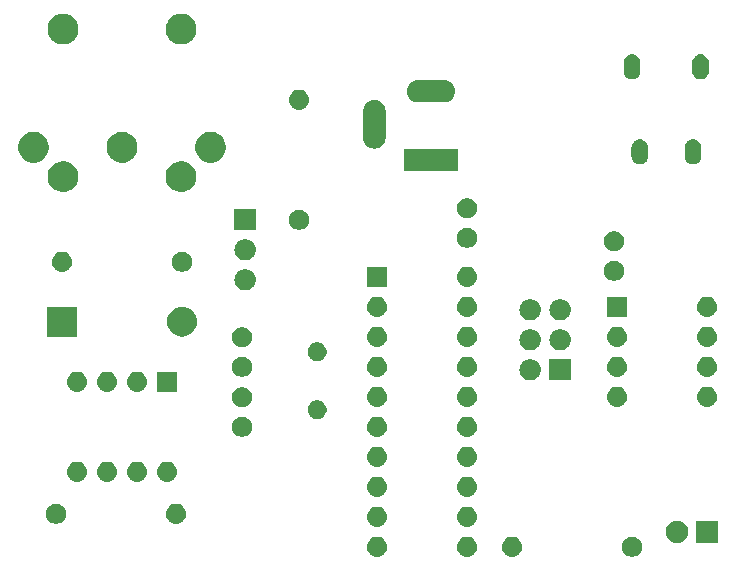
<source format=gbs>
G04 #@! TF.GenerationSoftware,KiCad,Pcbnew,5.0.2+dfsg1-1~bpo9+1*
G04 #@! TF.CreationDate,2019-02-16T22:44:35+01:00*
G04 #@! TF.ProjectId,main,6d61696e-2e6b-4696-9361-645f70636258,v02*
G04 #@! TF.SameCoordinates,Original*
G04 #@! TF.FileFunction,Soldermask,Bot*
G04 #@! TF.FilePolarity,Negative*
%FSLAX46Y46*%
G04 Gerber Fmt 4.6, Leading zero omitted, Abs format (unit mm)*
G04 Created by KiCad (PCBNEW 5.0.2+dfsg1-1~bpo9+1) date Sat 16 Feb 2019 10:44:35 PM CET*
%MOMM*%
%LPD*%
G01*
G04 APERTURE LIST*
%ADD10C,0.100000*%
G04 APERTURE END LIST*
D10*
G36*
X192018228Y-121101703D02*
X192173100Y-121165853D01*
X192312481Y-121258985D01*
X192431015Y-121377519D01*
X192524147Y-121516900D01*
X192588297Y-121671772D01*
X192621000Y-121836184D01*
X192621000Y-122003816D01*
X192588297Y-122168228D01*
X192524147Y-122323100D01*
X192431015Y-122462481D01*
X192312481Y-122581015D01*
X192173100Y-122674147D01*
X192018228Y-122738297D01*
X191853816Y-122771000D01*
X191686184Y-122771000D01*
X191521772Y-122738297D01*
X191366900Y-122674147D01*
X191227519Y-122581015D01*
X191108985Y-122462481D01*
X191015853Y-122323100D01*
X190951703Y-122168228D01*
X190919000Y-122003816D01*
X190919000Y-121836184D01*
X190951703Y-121671772D01*
X191015853Y-121516900D01*
X191108985Y-121377519D01*
X191227519Y-121258985D01*
X191366900Y-121165853D01*
X191521772Y-121101703D01*
X191686184Y-121069000D01*
X191853816Y-121069000D01*
X192018228Y-121101703D01*
X192018228Y-121101703D01*
G37*
G36*
X181776821Y-121081313D02*
X181776824Y-121081314D01*
X181776825Y-121081314D01*
X181937239Y-121129975D01*
X181937241Y-121129976D01*
X181937244Y-121129977D01*
X182085078Y-121208995D01*
X182214659Y-121315341D01*
X182321005Y-121444922D01*
X182400023Y-121592756D01*
X182400024Y-121592759D01*
X182400025Y-121592761D01*
X182448686Y-121753175D01*
X182448687Y-121753179D01*
X182465117Y-121920000D01*
X182448687Y-122086821D01*
X182448686Y-122086824D01*
X182448686Y-122086825D01*
X182423993Y-122168228D01*
X182400023Y-122247244D01*
X182321005Y-122395078D01*
X182214659Y-122524659D01*
X182085078Y-122631005D01*
X181937244Y-122710023D01*
X181937241Y-122710024D01*
X181937239Y-122710025D01*
X181776825Y-122758686D01*
X181776824Y-122758686D01*
X181776821Y-122758687D01*
X181651804Y-122771000D01*
X181568196Y-122771000D01*
X181443179Y-122758687D01*
X181443176Y-122758686D01*
X181443175Y-122758686D01*
X181282761Y-122710025D01*
X181282759Y-122710024D01*
X181282756Y-122710023D01*
X181134922Y-122631005D01*
X181005341Y-122524659D01*
X180898995Y-122395078D01*
X180819977Y-122247244D01*
X180796008Y-122168228D01*
X180771314Y-122086825D01*
X180771314Y-122086824D01*
X180771313Y-122086821D01*
X180754883Y-121920000D01*
X180771313Y-121753179D01*
X180771314Y-121753175D01*
X180819975Y-121592761D01*
X180819976Y-121592759D01*
X180819977Y-121592756D01*
X180898995Y-121444922D01*
X181005341Y-121315341D01*
X181134922Y-121208995D01*
X181282756Y-121129977D01*
X181282759Y-121129976D01*
X181282761Y-121129975D01*
X181443175Y-121081314D01*
X181443176Y-121081314D01*
X181443179Y-121081313D01*
X181568196Y-121069000D01*
X181651804Y-121069000D01*
X181776821Y-121081313D01*
X181776821Y-121081313D01*
G37*
G36*
X170346821Y-121081313D02*
X170346824Y-121081314D01*
X170346825Y-121081314D01*
X170507239Y-121129975D01*
X170507241Y-121129976D01*
X170507244Y-121129977D01*
X170655078Y-121208995D01*
X170784659Y-121315341D01*
X170891005Y-121444922D01*
X170970023Y-121592756D01*
X170970024Y-121592759D01*
X170970025Y-121592761D01*
X171018686Y-121753175D01*
X171018687Y-121753179D01*
X171035117Y-121920000D01*
X171018687Y-122086821D01*
X171018686Y-122086824D01*
X171018686Y-122086825D01*
X170993993Y-122168228D01*
X170970023Y-122247244D01*
X170891005Y-122395078D01*
X170784659Y-122524659D01*
X170655078Y-122631005D01*
X170507244Y-122710023D01*
X170507241Y-122710024D01*
X170507239Y-122710025D01*
X170346825Y-122758686D01*
X170346824Y-122758686D01*
X170346821Y-122758687D01*
X170221804Y-122771000D01*
X170138196Y-122771000D01*
X170013179Y-122758687D01*
X170013176Y-122758686D01*
X170013175Y-122758686D01*
X169852761Y-122710025D01*
X169852759Y-122710024D01*
X169852756Y-122710023D01*
X169704922Y-122631005D01*
X169575341Y-122524659D01*
X169468995Y-122395078D01*
X169389977Y-122247244D01*
X169366008Y-122168228D01*
X169341314Y-122086825D01*
X169341314Y-122086824D01*
X169341313Y-122086821D01*
X169324883Y-121920000D01*
X169341313Y-121753179D01*
X169341314Y-121753175D01*
X169389975Y-121592761D01*
X169389976Y-121592759D01*
X169389977Y-121592756D01*
X169468995Y-121444922D01*
X169575341Y-121315341D01*
X169704922Y-121208995D01*
X169852756Y-121129977D01*
X169852759Y-121129976D01*
X169852761Y-121129975D01*
X170013175Y-121081314D01*
X170013176Y-121081314D01*
X170013179Y-121081313D01*
X170138196Y-121069000D01*
X170221804Y-121069000D01*
X170346821Y-121081313D01*
X170346821Y-121081313D01*
G37*
G36*
X177966821Y-121081313D02*
X177966824Y-121081314D01*
X177966825Y-121081314D01*
X178127239Y-121129975D01*
X178127241Y-121129976D01*
X178127244Y-121129977D01*
X178275078Y-121208995D01*
X178404659Y-121315341D01*
X178511005Y-121444922D01*
X178590023Y-121592756D01*
X178590024Y-121592759D01*
X178590025Y-121592761D01*
X178638686Y-121753175D01*
X178638687Y-121753179D01*
X178655117Y-121920000D01*
X178638687Y-122086821D01*
X178638686Y-122086824D01*
X178638686Y-122086825D01*
X178613993Y-122168228D01*
X178590023Y-122247244D01*
X178511005Y-122395078D01*
X178404659Y-122524659D01*
X178275078Y-122631005D01*
X178127244Y-122710023D01*
X178127241Y-122710024D01*
X178127239Y-122710025D01*
X177966825Y-122758686D01*
X177966824Y-122758686D01*
X177966821Y-122758687D01*
X177841804Y-122771000D01*
X177758196Y-122771000D01*
X177633179Y-122758687D01*
X177633176Y-122758686D01*
X177633175Y-122758686D01*
X177472761Y-122710025D01*
X177472759Y-122710024D01*
X177472756Y-122710023D01*
X177324922Y-122631005D01*
X177195341Y-122524659D01*
X177088995Y-122395078D01*
X177009977Y-122247244D01*
X176986008Y-122168228D01*
X176961314Y-122086825D01*
X176961314Y-122086824D01*
X176961313Y-122086821D01*
X176944883Y-121920000D01*
X176961313Y-121753179D01*
X176961314Y-121753175D01*
X177009975Y-121592761D01*
X177009976Y-121592759D01*
X177009977Y-121592756D01*
X177088995Y-121444922D01*
X177195341Y-121315341D01*
X177324922Y-121208995D01*
X177472756Y-121129977D01*
X177472759Y-121129976D01*
X177472761Y-121129975D01*
X177633175Y-121081314D01*
X177633176Y-121081314D01*
X177633179Y-121081313D01*
X177758196Y-121069000D01*
X177841804Y-121069000D01*
X177966821Y-121081313D01*
X177966821Y-121081313D01*
G37*
G36*
X199071000Y-121601000D02*
X197169000Y-121601000D01*
X197169000Y-119699000D01*
X199071000Y-119699000D01*
X199071000Y-121601000D01*
X199071000Y-121601000D01*
G37*
G36*
X195857396Y-119735546D02*
X196030466Y-119807234D01*
X196186230Y-119911312D01*
X196318688Y-120043770D01*
X196422766Y-120199534D01*
X196494454Y-120372604D01*
X196531000Y-120556333D01*
X196531000Y-120743667D01*
X196494454Y-120927396D01*
X196422766Y-121100466D01*
X196318688Y-121256230D01*
X196186230Y-121388688D01*
X196030466Y-121492766D01*
X195857396Y-121564454D01*
X195673667Y-121601000D01*
X195486333Y-121601000D01*
X195302604Y-121564454D01*
X195129534Y-121492766D01*
X194973770Y-121388688D01*
X194841312Y-121256230D01*
X194737234Y-121100466D01*
X194665546Y-120927396D01*
X194629000Y-120743667D01*
X194629000Y-120556333D01*
X194665546Y-120372604D01*
X194737234Y-120199534D01*
X194841312Y-120043770D01*
X194973770Y-119911312D01*
X195129534Y-119807234D01*
X195302604Y-119735546D01*
X195486333Y-119699000D01*
X195673667Y-119699000D01*
X195857396Y-119735546D01*
X195857396Y-119735546D01*
G37*
G36*
X170346821Y-118541313D02*
X170346824Y-118541314D01*
X170346825Y-118541314D01*
X170507239Y-118589975D01*
X170507241Y-118589976D01*
X170507244Y-118589977D01*
X170655078Y-118668995D01*
X170784659Y-118775341D01*
X170891005Y-118904922D01*
X170970023Y-119052756D01*
X170970024Y-119052759D01*
X170970025Y-119052761D01*
X171017667Y-119209816D01*
X171018687Y-119213179D01*
X171035117Y-119380000D01*
X171018687Y-119546821D01*
X171018686Y-119546824D01*
X171018686Y-119546825D01*
X171002229Y-119601078D01*
X170970023Y-119707244D01*
X170891005Y-119855078D01*
X170784659Y-119984659D01*
X170655078Y-120091005D01*
X170507244Y-120170023D01*
X170507241Y-120170024D01*
X170507239Y-120170025D01*
X170346825Y-120218686D01*
X170346824Y-120218686D01*
X170346821Y-120218687D01*
X170221804Y-120231000D01*
X170138196Y-120231000D01*
X170013179Y-120218687D01*
X170013176Y-120218686D01*
X170013175Y-120218686D01*
X169852761Y-120170025D01*
X169852759Y-120170024D01*
X169852756Y-120170023D01*
X169704922Y-120091005D01*
X169575341Y-119984659D01*
X169468995Y-119855078D01*
X169389977Y-119707244D01*
X169357772Y-119601078D01*
X169341314Y-119546825D01*
X169341314Y-119546824D01*
X169341313Y-119546821D01*
X169324883Y-119380000D01*
X169341313Y-119213179D01*
X169342333Y-119209816D01*
X169389975Y-119052761D01*
X169389976Y-119052759D01*
X169389977Y-119052756D01*
X169468995Y-118904922D01*
X169575341Y-118775341D01*
X169704922Y-118668995D01*
X169852756Y-118589977D01*
X169852759Y-118589976D01*
X169852761Y-118589975D01*
X170013175Y-118541314D01*
X170013176Y-118541314D01*
X170013179Y-118541313D01*
X170138196Y-118529000D01*
X170221804Y-118529000D01*
X170346821Y-118541313D01*
X170346821Y-118541313D01*
G37*
G36*
X177966821Y-118541313D02*
X177966824Y-118541314D01*
X177966825Y-118541314D01*
X178127239Y-118589975D01*
X178127241Y-118589976D01*
X178127244Y-118589977D01*
X178275078Y-118668995D01*
X178404659Y-118775341D01*
X178511005Y-118904922D01*
X178590023Y-119052756D01*
X178590024Y-119052759D01*
X178590025Y-119052761D01*
X178637667Y-119209816D01*
X178638687Y-119213179D01*
X178655117Y-119380000D01*
X178638687Y-119546821D01*
X178638686Y-119546824D01*
X178638686Y-119546825D01*
X178622229Y-119601078D01*
X178590023Y-119707244D01*
X178511005Y-119855078D01*
X178404659Y-119984659D01*
X178275078Y-120091005D01*
X178127244Y-120170023D01*
X178127241Y-120170024D01*
X178127239Y-120170025D01*
X177966825Y-120218686D01*
X177966824Y-120218686D01*
X177966821Y-120218687D01*
X177841804Y-120231000D01*
X177758196Y-120231000D01*
X177633179Y-120218687D01*
X177633176Y-120218686D01*
X177633175Y-120218686D01*
X177472761Y-120170025D01*
X177472759Y-120170024D01*
X177472756Y-120170023D01*
X177324922Y-120091005D01*
X177195341Y-119984659D01*
X177088995Y-119855078D01*
X177009977Y-119707244D01*
X176977772Y-119601078D01*
X176961314Y-119546825D01*
X176961314Y-119546824D01*
X176961313Y-119546821D01*
X176944883Y-119380000D01*
X176961313Y-119213179D01*
X176962333Y-119209816D01*
X177009975Y-119052761D01*
X177009976Y-119052759D01*
X177009977Y-119052756D01*
X177088995Y-118904922D01*
X177195341Y-118775341D01*
X177324922Y-118668995D01*
X177472756Y-118589977D01*
X177472759Y-118589976D01*
X177472761Y-118589975D01*
X177633175Y-118541314D01*
X177633176Y-118541314D01*
X177633179Y-118541313D01*
X177758196Y-118529000D01*
X177841804Y-118529000D01*
X177966821Y-118541313D01*
X177966821Y-118541313D01*
G37*
G36*
X153328821Y-118287313D02*
X153328824Y-118287314D01*
X153328825Y-118287314D01*
X153489239Y-118335975D01*
X153489241Y-118335976D01*
X153489244Y-118335977D01*
X153637078Y-118414995D01*
X153766659Y-118521341D01*
X153873005Y-118650922D01*
X153952023Y-118798756D01*
X153952024Y-118798759D01*
X153952025Y-118798761D01*
X154000686Y-118959175D01*
X154000687Y-118959179D01*
X154017117Y-119126000D01*
X154000687Y-119292821D01*
X154000686Y-119292824D01*
X154000686Y-119292825D01*
X153974242Y-119380000D01*
X153952023Y-119453244D01*
X153873005Y-119601078D01*
X153766659Y-119730659D01*
X153637078Y-119837005D01*
X153489244Y-119916023D01*
X153489241Y-119916024D01*
X153489239Y-119916025D01*
X153328825Y-119964686D01*
X153328824Y-119964686D01*
X153328821Y-119964687D01*
X153203804Y-119977000D01*
X153120196Y-119977000D01*
X152995179Y-119964687D01*
X152995176Y-119964686D01*
X152995175Y-119964686D01*
X152834761Y-119916025D01*
X152834759Y-119916024D01*
X152834756Y-119916023D01*
X152686922Y-119837005D01*
X152557341Y-119730659D01*
X152450995Y-119601078D01*
X152371977Y-119453244D01*
X152349759Y-119380000D01*
X152323314Y-119292825D01*
X152323314Y-119292824D01*
X152323313Y-119292821D01*
X152306883Y-119126000D01*
X152323313Y-118959179D01*
X152323314Y-118959175D01*
X152371975Y-118798761D01*
X152371976Y-118798759D01*
X152371977Y-118798756D01*
X152450995Y-118650922D01*
X152557341Y-118521341D01*
X152686922Y-118414995D01*
X152834756Y-118335977D01*
X152834759Y-118335976D01*
X152834761Y-118335975D01*
X152995175Y-118287314D01*
X152995176Y-118287314D01*
X152995179Y-118287313D01*
X153120196Y-118275000D01*
X153203804Y-118275000D01*
X153328821Y-118287313D01*
X153328821Y-118287313D01*
G37*
G36*
X143250228Y-118307703D02*
X143405100Y-118371853D01*
X143544481Y-118464985D01*
X143663015Y-118583519D01*
X143756147Y-118722900D01*
X143820297Y-118877772D01*
X143853000Y-119042184D01*
X143853000Y-119209816D01*
X143820297Y-119374228D01*
X143756147Y-119529100D01*
X143663015Y-119668481D01*
X143544481Y-119787015D01*
X143405100Y-119880147D01*
X143250228Y-119944297D01*
X143085816Y-119977000D01*
X142918184Y-119977000D01*
X142753772Y-119944297D01*
X142598900Y-119880147D01*
X142459519Y-119787015D01*
X142340985Y-119668481D01*
X142247853Y-119529100D01*
X142183703Y-119374228D01*
X142151000Y-119209816D01*
X142151000Y-119042184D01*
X142183703Y-118877772D01*
X142247853Y-118722900D01*
X142340985Y-118583519D01*
X142459519Y-118464985D01*
X142598900Y-118371853D01*
X142753772Y-118307703D01*
X142918184Y-118275000D01*
X143085816Y-118275000D01*
X143250228Y-118307703D01*
X143250228Y-118307703D01*
G37*
G36*
X177966821Y-116001313D02*
X177966824Y-116001314D01*
X177966825Y-116001314D01*
X178127239Y-116049975D01*
X178127241Y-116049976D01*
X178127244Y-116049977D01*
X178275078Y-116128995D01*
X178404659Y-116235341D01*
X178511005Y-116364922D01*
X178590023Y-116512756D01*
X178638687Y-116673179D01*
X178655117Y-116840000D01*
X178638687Y-117006821D01*
X178590023Y-117167244D01*
X178511005Y-117315078D01*
X178404659Y-117444659D01*
X178275078Y-117551005D01*
X178127244Y-117630023D01*
X178127241Y-117630024D01*
X178127239Y-117630025D01*
X177966825Y-117678686D01*
X177966824Y-117678686D01*
X177966821Y-117678687D01*
X177841804Y-117691000D01*
X177758196Y-117691000D01*
X177633179Y-117678687D01*
X177633176Y-117678686D01*
X177633175Y-117678686D01*
X177472761Y-117630025D01*
X177472759Y-117630024D01*
X177472756Y-117630023D01*
X177324922Y-117551005D01*
X177195341Y-117444659D01*
X177088995Y-117315078D01*
X177009977Y-117167244D01*
X176961313Y-117006821D01*
X176944883Y-116840000D01*
X176961313Y-116673179D01*
X177009977Y-116512756D01*
X177088995Y-116364922D01*
X177195341Y-116235341D01*
X177324922Y-116128995D01*
X177472756Y-116049977D01*
X177472759Y-116049976D01*
X177472761Y-116049975D01*
X177633175Y-116001314D01*
X177633176Y-116001314D01*
X177633179Y-116001313D01*
X177758196Y-115989000D01*
X177841804Y-115989000D01*
X177966821Y-116001313D01*
X177966821Y-116001313D01*
G37*
G36*
X170346821Y-116001313D02*
X170346824Y-116001314D01*
X170346825Y-116001314D01*
X170507239Y-116049975D01*
X170507241Y-116049976D01*
X170507244Y-116049977D01*
X170655078Y-116128995D01*
X170784659Y-116235341D01*
X170891005Y-116364922D01*
X170970023Y-116512756D01*
X171018687Y-116673179D01*
X171035117Y-116840000D01*
X171018687Y-117006821D01*
X170970023Y-117167244D01*
X170891005Y-117315078D01*
X170784659Y-117444659D01*
X170655078Y-117551005D01*
X170507244Y-117630023D01*
X170507241Y-117630024D01*
X170507239Y-117630025D01*
X170346825Y-117678686D01*
X170346824Y-117678686D01*
X170346821Y-117678687D01*
X170221804Y-117691000D01*
X170138196Y-117691000D01*
X170013179Y-117678687D01*
X170013176Y-117678686D01*
X170013175Y-117678686D01*
X169852761Y-117630025D01*
X169852759Y-117630024D01*
X169852756Y-117630023D01*
X169704922Y-117551005D01*
X169575341Y-117444659D01*
X169468995Y-117315078D01*
X169389977Y-117167244D01*
X169341313Y-117006821D01*
X169324883Y-116840000D01*
X169341313Y-116673179D01*
X169389977Y-116512756D01*
X169468995Y-116364922D01*
X169575341Y-116235341D01*
X169704922Y-116128995D01*
X169852756Y-116049977D01*
X169852759Y-116049976D01*
X169852761Y-116049975D01*
X170013175Y-116001314D01*
X170013176Y-116001314D01*
X170013179Y-116001313D01*
X170138196Y-115989000D01*
X170221804Y-115989000D01*
X170346821Y-116001313D01*
X170346821Y-116001313D01*
G37*
G36*
X144946821Y-114731313D02*
X144946824Y-114731314D01*
X144946825Y-114731314D01*
X145107239Y-114779975D01*
X145107241Y-114779976D01*
X145107244Y-114779977D01*
X145255078Y-114858995D01*
X145384659Y-114965341D01*
X145491005Y-115094922D01*
X145570023Y-115242756D01*
X145618687Y-115403179D01*
X145635117Y-115570000D01*
X145618687Y-115736821D01*
X145570023Y-115897244D01*
X145491005Y-116045078D01*
X145384659Y-116174659D01*
X145255078Y-116281005D01*
X145107244Y-116360023D01*
X145107241Y-116360024D01*
X145107239Y-116360025D01*
X144946825Y-116408686D01*
X144946824Y-116408686D01*
X144946821Y-116408687D01*
X144821804Y-116421000D01*
X144738196Y-116421000D01*
X144613179Y-116408687D01*
X144613176Y-116408686D01*
X144613175Y-116408686D01*
X144452761Y-116360025D01*
X144452759Y-116360024D01*
X144452756Y-116360023D01*
X144304922Y-116281005D01*
X144175341Y-116174659D01*
X144068995Y-116045078D01*
X143989977Y-115897244D01*
X143941313Y-115736821D01*
X143924883Y-115570000D01*
X143941313Y-115403179D01*
X143989977Y-115242756D01*
X144068995Y-115094922D01*
X144175341Y-114965341D01*
X144304922Y-114858995D01*
X144452756Y-114779977D01*
X144452759Y-114779976D01*
X144452761Y-114779975D01*
X144613175Y-114731314D01*
X144613176Y-114731314D01*
X144613179Y-114731313D01*
X144738196Y-114719000D01*
X144821804Y-114719000D01*
X144946821Y-114731313D01*
X144946821Y-114731313D01*
G37*
G36*
X150026821Y-114731313D02*
X150026824Y-114731314D01*
X150026825Y-114731314D01*
X150187239Y-114779975D01*
X150187241Y-114779976D01*
X150187244Y-114779977D01*
X150335078Y-114858995D01*
X150464659Y-114965341D01*
X150571005Y-115094922D01*
X150650023Y-115242756D01*
X150698687Y-115403179D01*
X150715117Y-115570000D01*
X150698687Y-115736821D01*
X150650023Y-115897244D01*
X150571005Y-116045078D01*
X150464659Y-116174659D01*
X150335078Y-116281005D01*
X150187244Y-116360023D01*
X150187241Y-116360024D01*
X150187239Y-116360025D01*
X150026825Y-116408686D01*
X150026824Y-116408686D01*
X150026821Y-116408687D01*
X149901804Y-116421000D01*
X149818196Y-116421000D01*
X149693179Y-116408687D01*
X149693176Y-116408686D01*
X149693175Y-116408686D01*
X149532761Y-116360025D01*
X149532759Y-116360024D01*
X149532756Y-116360023D01*
X149384922Y-116281005D01*
X149255341Y-116174659D01*
X149148995Y-116045078D01*
X149069977Y-115897244D01*
X149021313Y-115736821D01*
X149004883Y-115570000D01*
X149021313Y-115403179D01*
X149069977Y-115242756D01*
X149148995Y-115094922D01*
X149255341Y-114965341D01*
X149384922Y-114858995D01*
X149532756Y-114779977D01*
X149532759Y-114779976D01*
X149532761Y-114779975D01*
X149693175Y-114731314D01*
X149693176Y-114731314D01*
X149693179Y-114731313D01*
X149818196Y-114719000D01*
X149901804Y-114719000D01*
X150026821Y-114731313D01*
X150026821Y-114731313D01*
G37*
G36*
X147486821Y-114731313D02*
X147486824Y-114731314D01*
X147486825Y-114731314D01*
X147647239Y-114779975D01*
X147647241Y-114779976D01*
X147647244Y-114779977D01*
X147795078Y-114858995D01*
X147924659Y-114965341D01*
X148031005Y-115094922D01*
X148110023Y-115242756D01*
X148158687Y-115403179D01*
X148175117Y-115570000D01*
X148158687Y-115736821D01*
X148110023Y-115897244D01*
X148031005Y-116045078D01*
X147924659Y-116174659D01*
X147795078Y-116281005D01*
X147647244Y-116360023D01*
X147647241Y-116360024D01*
X147647239Y-116360025D01*
X147486825Y-116408686D01*
X147486824Y-116408686D01*
X147486821Y-116408687D01*
X147361804Y-116421000D01*
X147278196Y-116421000D01*
X147153179Y-116408687D01*
X147153176Y-116408686D01*
X147153175Y-116408686D01*
X146992761Y-116360025D01*
X146992759Y-116360024D01*
X146992756Y-116360023D01*
X146844922Y-116281005D01*
X146715341Y-116174659D01*
X146608995Y-116045078D01*
X146529977Y-115897244D01*
X146481313Y-115736821D01*
X146464883Y-115570000D01*
X146481313Y-115403179D01*
X146529977Y-115242756D01*
X146608995Y-115094922D01*
X146715341Y-114965341D01*
X146844922Y-114858995D01*
X146992756Y-114779977D01*
X146992759Y-114779976D01*
X146992761Y-114779975D01*
X147153175Y-114731314D01*
X147153176Y-114731314D01*
X147153179Y-114731313D01*
X147278196Y-114719000D01*
X147361804Y-114719000D01*
X147486821Y-114731313D01*
X147486821Y-114731313D01*
G37*
G36*
X152566821Y-114731313D02*
X152566824Y-114731314D01*
X152566825Y-114731314D01*
X152727239Y-114779975D01*
X152727241Y-114779976D01*
X152727244Y-114779977D01*
X152875078Y-114858995D01*
X153004659Y-114965341D01*
X153111005Y-115094922D01*
X153190023Y-115242756D01*
X153238687Y-115403179D01*
X153255117Y-115570000D01*
X153238687Y-115736821D01*
X153190023Y-115897244D01*
X153111005Y-116045078D01*
X153004659Y-116174659D01*
X152875078Y-116281005D01*
X152727244Y-116360023D01*
X152727241Y-116360024D01*
X152727239Y-116360025D01*
X152566825Y-116408686D01*
X152566824Y-116408686D01*
X152566821Y-116408687D01*
X152441804Y-116421000D01*
X152358196Y-116421000D01*
X152233179Y-116408687D01*
X152233176Y-116408686D01*
X152233175Y-116408686D01*
X152072761Y-116360025D01*
X152072759Y-116360024D01*
X152072756Y-116360023D01*
X151924922Y-116281005D01*
X151795341Y-116174659D01*
X151688995Y-116045078D01*
X151609977Y-115897244D01*
X151561313Y-115736821D01*
X151544883Y-115570000D01*
X151561313Y-115403179D01*
X151609977Y-115242756D01*
X151688995Y-115094922D01*
X151795341Y-114965341D01*
X151924922Y-114858995D01*
X152072756Y-114779977D01*
X152072759Y-114779976D01*
X152072761Y-114779975D01*
X152233175Y-114731314D01*
X152233176Y-114731314D01*
X152233179Y-114731313D01*
X152358196Y-114719000D01*
X152441804Y-114719000D01*
X152566821Y-114731313D01*
X152566821Y-114731313D01*
G37*
G36*
X170346821Y-113461313D02*
X170346824Y-113461314D01*
X170346825Y-113461314D01*
X170507239Y-113509975D01*
X170507241Y-113509976D01*
X170507244Y-113509977D01*
X170655078Y-113588995D01*
X170784659Y-113695341D01*
X170891005Y-113824922D01*
X170970023Y-113972756D01*
X171018687Y-114133179D01*
X171035117Y-114300000D01*
X171018687Y-114466821D01*
X170970023Y-114627244D01*
X170891005Y-114775078D01*
X170784659Y-114904659D01*
X170655078Y-115011005D01*
X170507244Y-115090023D01*
X170507241Y-115090024D01*
X170507239Y-115090025D01*
X170346825Y-115138686D01*
X170346824Y-115138686D01*
X170346821Y-115138687D01*
X170221804Y-115151000D01*
X170138196Y-115151000D01*
X170013179Y-115138687D01*
X170013176Y-115138686D01*
X170013175Y-115138686D01*
X169852761Y-115090025D01*
X169852759Y-115090024D01*
X169852756Y-115090023D01*
X169704922Y-115011005D01*
X169575341Y-114904659D01*
X169468995Y-114775078D01*
X169389977Y-114627244D01*
X169341313Y-114466821D01*
X169324883Y-114300000D01*
X169341313Y-114133179D01*
X169389977Y-113972756D01*
X169468995Y-113824922D01*
X169575341Y-113695341D01*
X169704922Y-113588995D01*
X169852756Y-113509977D01*
X169852759Y-113509976D01*
X169852761Y-113509975D01*
X170013175Y-113461314D01*
X170013176Y-113461314D01*
X170013179Y-113461313D01*
X170138196Y-113449000D01*
X170221804Y-113449000D01*
X170346821Y-113461313D01*
X170346821Y-113461313D01*
G37*
G36*
X177966821Y-113461313D02*
X177966824Y-113461314D01*
X177966825Y-113461314D01*
X178127239Y-113509975D01*
X178127241Y-113509976D01*
X178127244Y-113509977D01*
X178275078Y-113588995D01*
X178404659Y-113695341D01*
X178511005Y-113824922D01*
X178590023Y-113972756D01*
X178638687Y-114133179D01*
X178655117Y-114300000D01*
X178638687Y-114466821D01*
X178590023Y-114627244D01*
X178511005Y-114775078D01*
X178404659Y-114904659D01*
X178275078Y-115011005D01*
X178127244Y-115090023D01*
X178127241Y-115090024D01*
X178127239Y-115090025D01*
X177966825Y-115138686D01*
X177966824Y-115138686D01*
X177966821Y-115138687D01*
X177841804Y-115151000D01*
X177758196Y-115151000D01*
X177633179Y-115138687D01*
X177633176Y-115138686D01*
X177633175Y-115138686D01*
X177472761Y-115090025D01*
X177472759Y-115090024D01*
X177472756Y-115090023D01*
X177324922Y-115011005D01*
X177195341Y-114904659D01*
X177088995Y-114775078D01*
X177009977Y-114627244D01*
X176961313Y-114466821D01*
X176944883Y-114300000D01*
X176961313Y-114133179D01*
X177009977Y-113972756D01*
X177088995Y-113824922D01*
X177195341Y-113695341D01*
X177324922Y-113588995D01*
X177472756Y-113509977D01*
X177472759Y-113509976D01*
X177472761Y-113509975D01*
X177633175Y-113461314D01*
X177633176Y-113461314D01*
X177633179Y-113461313D01*
X177758196Y-113449000D01*
X177841804Y-113449000D01*
X177966821Y-113461313D01*
X177966821Y-113461313D01*
G37*
G36*
X177966821Y-110921313D02*
X177966824Y-110921314D01*
X177966825Y-110921314D01*
X178127239Y-110969975D01*
X178127241Y-110969976D01*
X178127244Y-110969977D01*
X178275078Y-111048995D01*
X178404659Y-111155341D01*
X178511005Y-111284922D01*
X178590023Y-111432756D01*
X178590024Y-111432759D01*
X178590025Y-111432761D01*
X178638686Y-111593175D01*
X178638687Y-111593179D01*
X178655117Y-111760000D01*
X178638687Y-111926821D01*
X178638686Y-111926824D01*
X178638686Y-111926825D01*
X178613993Y-112008228D01*
X178590023Y-112087244D01*
X178511005Y-112235078D01*
X178404659Y-112364659D01*
X178275078Y-112471005D01*
X178127244Y-112550023D01*
X178127241Y-112550024D01*
X178127239Y-112550025D01*
X177966825Y-112598686D01*
X177966824Y-112598686D01*
X177966821Y-112598687D01*
X177841804Y-112611000D01*
X177758196Y-112611000D01*
X177633179Y-112598687D01*
X177633176Y-112598686D01*
X177633175Y-112598686D01*
X177472761Y-112550025D01*
X177472759Y-112550024D01*
X177472756Y-112550023D01*
X177324922Y-112471005D01*
X177195341Y-112364659D01*
X177088995Y-112235078D01*
X177009977Y-112087244D01*
X176986008Y-112008228D01*
X176961314Y-111926825D01*
X176961314Y-111926824D01*
X176961313Y-111926821D01*
X176944883Y-111760000D01*
X176961313Y-111593179D01*
X176961314Y-111593175D01*
X177009975Y-111432761D01*
X177009976Y-111432759D01*
X177009977Y-111432756D01*
X177088995Y-111284922D01*
X177195341Y-111155341D01*
X177324922Y-111048995D01*
X177472756Y-110969977D01*
X177472759Y-110969976D01*
X177472761Y-110969975D01*
X177633175Y-110921314D01*
X177633176Y-110921314D01*
X177633179Y-110921313D01*
X177758196Y-110909000D01*
X177841804Y-110909000D01*
X177966821Y-110921313D01*
X177966821Y-110921313D01*
G37*
G36*
X170346821Y-110921313D02*
X170346824Y-110921314D01*
X170346825Y-110921314D01*
X170507239Y-110969975D01*
X170507241Y-110969976D01*
X170507244Y-110969977D01*
X170655078Y-111048995D01*
X170784659Y-111155341D01*
X170891005Y-111284922D01*
X170970023Y-111432756D01*
X170970024Y-111432759D01*
X170970025Y-111432761D01*
X171018686Y-111593175D01*
X171018687Y-111593179D01*
X171035117Y-111760000D01*
X171018687Y-111926821D01*
X171018686Y-111926824D01*
X171018686Y-111926825D01*
X170993993Y-112008228D01*
X170970023Y-112087244D01*
X170891005Y-112235078D01*
X170784659Y-112364659D01*
X170655078Y-112471005D01*
X170507244Y-112550023D01*
X170507241Y-112550024D01*
X170507239Y-112550025D01*
X170346825Y-112598686D01*
X170346824Y-112598686D01*
X170346821Y-112598687D01*
X170221804Y-112611000D01*
X170138196Y-112611000D01*
X170013179Y-112598687D01*
X170013176Y-112598686D01*
X170013175Y-112598686D01*
X169852761Y-112550025D01*
X169852759Y-112550024D01*
X169852756Y-112550023D01*
X169704922Y-112471005D01*
X169575341Y-112364659D01*
X169468995Y-112235078D01*
X169389977Y-112087244D01*
X169366008Y-112008228D01*
X169341314Y-111926825D01*
X169341314Y-111926824D01*
X169341313Y-111926821D01*
X169324883Y-111760000D01*
X169341313Y-111593179D01*
X169341314Y-111593175D01*
X169389975Y-111432761D01*
X169389976Y-111432759D01*
X169389977Y-111432756D01*
X169468995Y-111284922D01*
X169575341Y-111155341D01*
X169704922Y-111048995D01*
X169852756Y-110969977D01*
X169852759Y-110969976D01*
X169852761Y-110969975D01*
X170013175Y-110921314D01*
X170013176Y-110921314D01*
X170013179Y-110921313D01*
X170138196Y-110909000D01*
X170221804Y-110909000D01*
X170346821Y-110921313D01*
X170346821Y-110921313D01*
G37*
G36*
X158998228Y-110941703D02*
X159153100Y-111005853D01*
X159292481Y-111098985D01*
X159411015Y-111217519D01*
X159504147Y-111356900D01*
X159568297Y-111511772D01*
X159601000Y-111676184D01*
X159601000Y-111843816D01*
X159568297Y-112008228D01*
X159504147Y-112163100D01*
X159411015Y-112302481D01*
X159292481Y-112421015D01*
X159153100Y-112514147D01*
X158998228Y-112578297D01*
X158833816Y-112611000D01*
X158666184Y-112611000D01*
X158501772Y-112578297D01*
X158346900Y-112514147D01*
X158207519Y-112421015D01*
X158088985Y-112302481D01*
X157995853Y-112163100D01*
X157931703Y-112008228D01*
X157899000Y-111843816D01*
X157899000Y-111676184D01*
X157931703Y-111511772D01*
X157995853Y-111356900D01*
X158088985Y-111217519D01*
X158207519Y-111098985D01*
X158346900Y-111005853D01*
X158501772Y-110941703D01*
X158666184Y-110909000D01*
X158833816Y-110909000D01*
X158998228Y-110941703D01*
X158998228Y-110941703D01*
G37*
G36*
X165333643Y-109539781D02*
X165479415Y-109600162D01*
X165610611Y-109687824D01*
X165722176Y-109799389D01*
X165809838Y-109930585D01*
X165870219Y-110076357D01*
X165901000Y-110231107D01*
X165901000Y-110388893D01*
X165870219Y-110543643D01*
X165809838Y-110689415D01*
X165722176Y-110820611D01*
X165610611Y-110932176D01*
X165479415Y-111019838D01*
X165333643Y-111080219D01*
X165178893Y-111111000D01*
X165021107Y-111111000D01*
X164866357Y-111080219D01*
X164720585Y-111019838D01*
X164589389Y-110932176D01*
X164477824Y-110820611D01*
X164390162Y-110689415D01*
X164329781Y-110543643D01*
X164299000Y-110388893D01*
X164299000Y-110231107D01*
X164329781Y-110076357D01*
X164390162Y-109930585D01*
X164477824Y-109799389D01*
X164589389Y-109687824D01*
X164720585Y-109600162D01*
X164866357Y-109539781D01*
X165021107Y-109509000D01*
X165178893Y-109509000D01*
X165333643Y-109539781D01*
X165333643Y-109539781D01*
G37*
G36*
X158998228Y-108441703D02*
X159153100Y-108505853D01*
X159292481Y-108598985D01*
X159411015Y-108717519D01*
X159504147Y-108856900D01*
X159568297Y-109011772D01*
X159601000Y-109176184D01*
X159601000Y-109343816D01*
X159568297Y-109508228D01*
X159504147Y-109663100D01*
X159411015Y-109802481D01*
X159292481Y-109921015D01*
X159153100Y-110014147D01*
X158998228Y-110078297D01*
X158833816Y-110111000D01*
X158666184Y-110111000D01*
X158501772Y-110078297D01*
X158346900Y-110014147D01*
X158207519Y-109921015D01*
X158088985Y-109802481D01*
X157995853Y-109663100D01*
X157931703Y-109508228D01*
X157899000Y-109343816D01*
X157899000Y-109176184D01*
X157931703Y-109011772D01*
X157995853Y-108856900D01*
X158088985Y-108717519D01*
X158207519Y-108598985D01*
X158346900Y-108505853D01*
X158501772Y-108441703D01*
X158666184Y-108409000D01*
X158833816Y-108409000D01*
X158998228Y-108441703D01*
X158998228Y-108441703D01*
G37*
G36*
X177966821Y-108381313D02*
X177966824Y-108381314D01*
X177966825Y-108381314D01*
X178127239Y-108429975D01*
X178127241Y-108429976D01*
X178127244Y-108429977D01*
X178275078Y-108508995D01*
X178404659Y-108615341D01*
X178511005Y-108744922D01*
X178590023Y-108892756D01*
X178590024Y-108892759D01*
X178590025Y-108892761D01*
X178638686Y-109053175D01*
X178638687Y-109053179D01*
X178655117Y-109220000D01*
X178638687Y-109386821D01*
X178638686Y-109386824D01*
X178638686Y-109386825D01*
X178601625Y-109509000D01*
X178590023Y-109547244D01*
X178511005Y-109695078D01*
X178404659Y-109824659D01*
X178275078Y-109931005D01*
X178127244Y-110010023D01*
X178127241Y-110010024D01*
X178127239Y-110010025D01*
X177966825Y-110058686D01*
X177966824Y-110058686D01*
X177966821Y-110058687D01*
X177841804Y-110071000D01*
X177758196Y-110071000D01*
X177633179Y-110058687D01*
X177633176Y-110058686D01*
X177633175Y-110058686D01*
X177472761Y-110010025D01*
X177472759Y-110010024D01*
X177472756Y-110010023D01*
X177324922Y-109931005D01*
X177195341Y-109824659D01*
X177088995Y-109695078D01*
X177009977Y-109547244D01*
X176998376Y-109509000D01*
X176961314Y-109386825D01*
X176961314Y-109386824D01*
X176961313Y-109386821D01*
X176944883Y-109220000D01*
X176961313Y-109053179D01*
X176961314Y-109053175D01*
X177009975Y-108892761D01*
X177009976Y-108892759D01*
X177009977Y-108892756D01*
X177088995Y-108744922D01*
X177195341Y-108615341D01*
X177324922Y-108508995D01*
X177472756Y-108429977D01*
X177472759Y-108429976D01*
X177472761Y-108429975D01*
X177633175Y-108381314D01*
X177633176Y-108381314D01*
X177633179Y-108381313D01*
X177758196Y-108369000D01*
X177841804Y-108369000D01*
X177966821Y-108381313D01*
X177966821Y-108381313D01*
G37*
G36*
X190666821Y-108381313D02*
X190666824Y-108381314D01*
X190666825Y-108381314D01*
X190827239Y-108429975D01*
X190827241Y-108429976D01*
X190827244Y-108429977D01*
X190975078Y-108508995D01*
X191104659Y-108615341D01*
X191211005Y-108744922D01*
X191290023Y-108892756D01*
X191290024Y-108892759D01*
X191290025Y-108892761D01*
X191338686Y-109053175D01*
X191338687Y-109053179D01*
X191355117Y-109220000D01*
X191338687Y-109386821D01*
X191338686Y-109386824D01*
X191338686Y-109386825D01*
X191301625Y-109509000D01*
X191290023Y-109547244D01*
X191211005Y-109695078D01*
X191104659Y-109824659D01*
X190975078Y-109931005D01*
X190827244Y-110010023D01*
X190827241Y-110010024D01*
X190827239Y-110010025D01*
X190666825Y-110058686D01*
X190666824Y-110058686D01*
X190666821Y-110058687D01*
X190541804Y-110071000D01*
X190458196Y-110071000D01*
X190333179Y-110058687D01*
X190333176Y-110058686D01*
X190333175Y-110058686D01*
X190172761Y-110010025D01*
X190172759Y-110010024D01*
X190172756Y-110010023D01*
X190024922Y-109931005D01*
X189895341Y-109824659D01*
X189788995Y-109695078D01*
X189709977Y-109547244D01*
X189698376Y-109509000D01*
X189661314Y-109386825D01*
X189661314Y-109386824D01*
X189661313Y-109386821D01*
X189644883Y-109220000D01*
X189661313Y-109053179D01*
X189661314Y-109053175D01*
X189709975Y-108892761D01*
X189709976Y-108892759D01*
X189709977Y-108892756D01*
X189788995Y-108744922D01*
X189895341Y-108615341D01*
X190024922Y-108508995D01*
X190172756Y-108429977D01*
X190172759Y-108429976D01*
X190172761Y-108429975D01*
X190333175Y-108381314D01*
X190333176Y-108381314D01*
X190333179Y-108381313D01*
X190458196Y-108369000D01*
X190541804Y-108369000D01*
X190666821Y-108381313D01*
X190666821Y-108381313D01*
G37*
G36*
X198286821Y-108381313D02*
X198286824Y-108381314D01*
X198286825Y-108381314D01*
X198447239Y-108429975D01*
X198447241Y-108429976D01*
X198447244Y-108429977D01*
X198595078Y-108508995D01*
X198724659Y-108615341D01*
X198831005Y-108744922D01*
X198910023Y-108892756D01*
X198910024Y-108892759D01*
X198910025Y-108892761D01*
X198958686Y-109053175D01*
X198958687Y-109053179D01*
X198975117Y-109220000D01*
X198958687Y-109386821D01*
X198958686Y-109386824D01*
X198958686Y-109386825D01*
X198921625Y-109509000D01*
X198910023Y-109547244D01*
X198831005Y-109695078D01*
X198724659Y-109824659D01*
X198595078Y-109931005D01*
X198447244Y-110010023D01*
X198447241Y-110010024D01*
X198447239Y-110010025D01*
X198286825Y-110058686D01*
X198286824Y-110058686D01*
X198286821Y-110058687D01*
X198161804Y-110071000D01*
X198078196Y-110071000D01*
X197953179Y-110058687D01*
X197953176Y-110058686D01*
X197953175Y-110058686D01*
X197792761Y-110010025D01*
X197792759Y-110010024D01*
X197792756Y-110010023D01*
X197644922Y-109931005D01*
X197515341Y-109824659D01*
X197408995Y-109695078D01*
X197329977Y-109547244D01*
X197318376Y-109509000D01*
X197281314Y-109386825D01*
X197281314Y-109386824D01*
X197281313Y-109386821D01*
X197264883Y-109220000D01*
X197281313Y-109053179D01*
X197281314Y-109053175D01*
X197329975Y-108892761D01*
X197329976Y-108892759D01*
X197329977Y-108892756D01*
X197408995Y-108744922D01*
X197515341Y-108615341D01*
X197644922Y-108508995D01*
X197792756Y-108429977D01*
X197792759Y-108429976D01*
X197792761Y-108429975D01*
X197953175Y-108381314D01*
X197953176Y-108381314D01*
X197953179Y-108381313D01*
X198078196Y-108369000D01*
X198161804Y-108369000D01*
X198286821Y-108381313D01*
X198286821Y-108381313D01*
G37*
G36*
X170346821Y-108381313D02*
X170346824Y-108381314D01*
X170346825Y-108381314D01*
X170507239Y-108429975D01*
X170507241Y-108429976D01*
X170507244Y-108429977D01*
X170655078Y-108508995D01*
X170784659Y-108615341D01*
X170891005Y-108744922D01*
X170970023Y-108892756D01*
X170970024Y-108892759D01*
X170970025Y-108892761D01*
X171018686Y-109053175D01*
X171018687Y-109053179D01*
X171035117Y-109220000D01*
X171018687Y-109386821D01*
X171018686Y-109386824D01*
X171018686Y-109386825D01*
X170981625Y-109509000D01*
X170970023Y-109547244D01*
X170891005Y-109695078D01*
X170784659Y-109824659D01*
X170655078Y-109931005D01*
X170507244Y-110010023D01*
X170507241Y-110010024D01*
X170507239Y-110010025D01*
X170346825Y-110058686D01*
X170346824Y-110058686D01*
X170346821Y-110058687D01*
X170221804Y-110071000D01*
X170138196Y-110071000D01*
X170013179Y-110058687D01*
X170013176Y-110058686D01*
X170013175Y-110058686D01*
X169852761Y-110010025D01*
X169852759Y-110010024D01*
X169852756Y-110010023D01*
X169704922Y-109931005D01*
X169575341Y-109824659D01*
X169468995Y-109695078D01*
X169389977Y-109547244D01*
X169378376Y-109509000D01*
X169341314Y-109386825D01*
X169341314Y-109386824D01*
X169341313Y-109386821D01*
X169324883Y-109220000D01*
X169341313Y-109053179D01*
X169341314Y-109053175D01*
X169389975Y-108892761D01*
X169389976Y-108892759D01*
X169389977Y-108892756D01*
X169468995Y-108744922D01*
X169575341Y-108615341D01*
X169704922Y-108508995D01*
X169852756Y-108429977D01*
X169852759Y-108429976D01*
X169852761Y-108429975D01*
X170013175Y-108381314D01*
X170013176Y-108381314D01*
X170013179Y-108381313D01*
X170138196Y-108369000D01*
X170221804Y-108369000D01*
X170346821Y-108381313D01*
X170346821Y-108381313D01*
G37*
G36*
X144946821Y-107111313D02*
X144946824Y-107111314D01*
X144946825Y-107111314D01*
X145107239Y-107159975D01*
X145107241Y-107159976D01*
X145107244Y-107159977D01*
X145255078Y-107238995D01*
X145384659Y-107345341D01*
X145491005Y-107474922D01*
X145570023Y-107622756D01*
X145570024Y-107622759D01*
X145570025Y-107622761D01*
X145614824Y-107770443D01*
X145618687Y-107783179D01*
X145635117Y-107950000D01*
X145618687Y-108116821D01*
X145570023Y-108277244D01*
X145491005Y-108425078D01*
X145384659Y-108554659D01*
X145255078Y-108661005D01*
X145107244Y-108740023D01*
X145107241Y-108740024D01*
X145107239Y-108740025D01*
X144946825Y-108788686D01*
X144946824Y-108788686D01*
X144946821Y-108788687D01*
X144821804Y-108801000D01*
X144738196Y-108801000D01*
X144613179Y-108788687D01*
X144613176Y-108788686D01*
X144613175Y-108788686D01*
X144452761Y-108740025D01*
X144452759Y-108740024D01*
X144452756Y-108740023D01*
X144304922Y-108661005D01*
X144175341Y-108554659D01*
X144068995Y-108425078D01*
X143989977Y-108277244D01*
X143941313Y-108116821D01*
X143924883Y-107950000D01*
X143941313Y-107783179D01*
X143945176Y-107770443D01*
X143989975Y-107622761D01*
X143989976Y-107622759D01*
X143989977Y-107622756D01*
X144068995Y-107474922D01*
X144175341Y-107345341D01*
X144304922Y-107238995D01*
X144452756Y-107159977D01*
X144452759Y-107159976D01*
X144452761Y-107159975D01*
X144613175Y-107111314D01*
X144613176Y-107111314D01*
X144613179Y-107111313D01*
X144738196Y-107099000D01*
X144821804Y-107099000D01*
X144946821Y-107111313D01*
X144946821Y-107111313D01*
G37*
G36*
X147486821Y-107111313D02*
X147486824Y-107111314D01*
X147486825Y-107111314D01*
X147647239Y-107159975D01*
X147647241Y-107159976D01*
X147647244Y-107159977D01*
X147795078Y-107238995D01*
X147924659Y-107345341D01*
X148031005Y-107474922D01*
X148110023Y-107622756D01*
X148110024Y-107622759D01*
X148110025Y-107622761D01*
X148154824Y-107770443D01*
X148158687Y-107783179D01*
X148175117Y-107950000D01*
X148158687Y-108116821D01*
X148110023Y-108277244D01*
X148031005Y-108425078D01*
X147924659Y-108554659D01*
X147795078Y-108661005D01*
X147647244Y-108740023D01*
X147647241Y-108740024D01*
X147647239Y-108740025D01*
X147486825Y-108788686D01*
X147486824Y-108788686D01*
X147486821Y-108788687D01*
X147361804Y-108801000D01*
X147278196Y-108801000D01*
X147153179Y-108788687D01*
X147153176Y-108788686D01*
X147153175Y-108788686D01*
X146992761Y-108740025D01*
X146992759Y-108740024D01*
X146992756Y-108740023D01*
X146844922Y-108661005D01*
X146715341Y-108554659D01*
X146608995Y-108425078D01*
X146529977Y-108277244D01*
X146481313Y-108116821D01*
X146464883Y-107950000D01*
X146481313Y-107783179D01*
X146485176Y-107770443D01*
X146529975Y-107622761D01*
X146529976Y-107622759D01*
X146529977Y-107622756D01*
X146608995Y-107474922D01*
X146715341Y-107345341D01*
X146844922Y-107238995D01*
X146992756Y-107159977D01*
X146992759Y-107159976D01*
X146992761Y-107159975D01*
X147153175Y-107111314D01*
X147153176Y-107111314D01*
X147153179Y-107111313D01*
X147278196Y-107099000D01*
X147361804Y-107099000D01*
X147486821Y-107111313D01*
X147486821Y-107111313D01*
G37*
G36*
X150026821Y-107111313D02*
X150026824Y-107111314D01*
X150026825Y-107111314D01*
X150187239Y-107159975D01*
X150187241Y-107159976D01*
X150187244Y-107159977D01*
X150335078Y-107238995D01*
X150464659Y-107345341D01*
X150571005Y-107474922D01*
X150650023Y-107622756D01*
X150650024Y-107622759D01*
X150650025Y-107622761D01*
X150694824Y-107770443D01*
X150698687Y-107783179D01*
X150715117Y-107950000D01*
X150698687Y-108116821D01*
X150650023Y-108277244D01*
X150571005Y-108425078D01*
X150464659Y-108554659D01*
X150335078Y-108661005D01*
X150187244Y-108740023D01*
X150187241Y-108740024D01*
X150187239Y-108740025D01*
X150026825Y-108788686D01*
X150026824Y-108788686D01*
X150026821Y-108788687D01*
X149901804Y-108801000D01*
X149818196Y-108801000D01*
X149693179Y-108788687D01*
X149693176Y-108788686D01*
X149693175Y-108788686D01*
X149532761Y-108740025D01*
X149532759Y-108740024D01*
X149532756Y-108740023D01*
X149384922Y-108661005D01*
X149255341Y-108554659D01*
X149148995Y-108425078D01*
X149069977Y-108277244D01*
X149021313Y-108116821D01*
X149004883Y-107950000D01*
X149021313Y-107783179D01*
X149025176Y-107770443D01*
X149069975Y-107622761D01*
X149069976Y-107622759D01*
X149069977Y-107622756D01*
X149148995Y-107474922D01*
X149255341Y-107345341D01*
X149384922Y-107238995D01*
X149532756Y-107159977D01*
X149532759Y-107159976D01*
X149532761Y-107159975D01*
X149693175Y-107111314D01*
X149693176Y-107111314D01*
X149693179Y-107111313D01*
X149818196Y-107099000D01*
X149901804Y-107099000D01*
X150026821Y-107111313D01*
X150026821Y-107111313D01*
G37*
G36*
X153251000Y-108801000D02*
X151549000Y-108801000D01*
X151549000Y-107099000D01*
X153251000Y-107099000D01*
X153251000Y-108801000D01*
X153251000Y-108801000D01*
G37*
G36*
X183244443Y-106039519D02*
X183310627Y-106046037D01*
X183423853Y-106080384D01*
X183480467Y-106097557D01*
X183619087Y-106171652D01*
X183636991Y-106181222D01*
X183665869Y-106204922D01*
X183774186Y-106293814D01*
X183857448Y-106395271D01*
X183886778Y-106431009D01*
X183886779Y-106431011D01*
X183970443Y-106587533D01*
X183970443Y-106587534D01*
X184021963Y-106757373D01*
X184039359Y-106934000D01*
X184021963Y-107110627D01*
X184008479Y-107155078D01*
X183970443Y-107280467D01*
X183911359Y-107391004D01*
X183886778Y-107436991D01*
X183857448Y-107472729D01*
X183774186Y-107574186D01*
X183672729Y-107657448D01*
X183636991Y-107686778D01*
X183636989Y-107686779D01*
X183480467Y-107770443D01*
X183438494Y-107783175D01*
X183310627Y-107821963D01*
X183244443Y-107828481D01*
X183178260Y-107835000D01*
X183089740Y-107835000D01*
X183023557Y-107828481D01*
X182957373Y-107821963D01*
X182829506Y-107783175D01*
X182787533Y-107770443D01*
X182631011Y-107686779D01*
X182631009Y-107686778D01*
X182595271Y-107657448D01*
X182493814Y-107574186D01*
X182410552Y-107472729D01*
X182381222Y-107436991D01*
X182356641Y-107391004D01*
X182297557Y-107280467D01*
X182259521Y-107155078D01*
X182246037Y-107110627D01*
X182228641Y-106934000D01*
X182246037Y-106757373D01*
X182297557Y-106587534D01*
X182297557Y-106587533D01*
X182381221Y-106431011D01*
X182381222Y-106431009D01*
X182410552Y-106395271D01*
X182493814Y-106293814D01*
X182602131Y-106204922D01*
X182631009Y-106181222D01*
X182648913Y-106171652D01*
X182787533Y-106097557D01*
X182844147Y-106080384D01*
X182957373Y-106046037D01*
X183023557Y-106039519D01*
X183089740Y-106033000D01*
X183178260Y-106033000D01*
X183244443Y-106039519D01*
X183244443Y-106039519D01*
G37*
G36*
X186575000Y-107835000D02*
X184773000Y-107835000D01*
X184773000Y-106033000D01*
X186575000Y-106033000D01*
X186575000Y-107835000D01*
X186575000Y-107835000D01*
G37*
G36*
X158998228Y-105861703D02*
X159153100Y-105925853D01*
X159292481Y-106018985D01*
X159411015Y-106137519D01*
X159504147Y-106276900D01*
X159568297Y-106431772D01*
X159601000Y-106596184D01*
X159601000Y-106763816D01*
X159568297Y-106928228D01*
X159504147Y-107083100D01*
X159411015Y-107222481D01*
X159292481Y-107341015D01*
X159153100Y-107434147D01*
X158998228Y-107498297D01*
X158833816Y-107531000D01*
X158666184Y-107531000D01*
X158501772Y-107498297D01*
X158346900Y-107434147D01*
X158207519Y-107341015D01*
X158088985Y-107222481D01*
X157995853Y-107083100D01*
X157931703Y-106928228D01*
X157899000Y-106763816D01*
X157899000Y-106596184D01*
X157931703Y-106431772D01*
X157995853Y-106276900D01*
X158088985Y-106137519D01*
X158207519Y-106018985D01*
X158346900Y-105925853D01*
X158501772Y-105861703D01*
X158666184Y-105829000D01*
X158833816Y-105829000D01*
X158998228Y-105861703D01*
X158998228Y-105861703D01*
G37*
G36*
X177966821Y-105841313D02*
X177966824Y-105841314D01*
X177966825Y-105841314D01*
X178127239Y-105889975D01*
X178127241Y-105889976D01*
X178127244Y-105889977D01*
X178275078Y-105968995D01*
X178404659Y-106075341D01*
X178511005Y-106204922D01*
X178590023Y-106352756D01*
X178590024Y-106352759D01*
X178590025Y-106352761D01*
X178638686Y-106513175D01*
X178638687Y-106513179D01*
X178655117Y-106680000D01*
X178638687Y-106846821D01*
X178638686Y-106846824D01*
X178638686Y-106846825D01*
X178612242Y-106934000D01*
X178590023Y-107007244D01*
X178511005Y-107155078D01*
X178404659Y-107284659D01*
X178275078Y-107391005D01*
X178127244Y-107470023D01*
X178127241Y-107470024D01*
X178127239Y-107470025D01*
X177966825Y-107518686D01*
X177966824Y-107518686D01*
X177966821Y-107518687D01*
X177841804Y-107531000D01*
X177758196Y-107531000D01*
X177633179Y-107518687D01*
X177633176Y-107518686D01*
X177633175Y-107518686D01*
X177472761Y-107470025D01*
X177472759Y-107470024D01*
X177472756Y-107470023D01*
X177324922Y-107391005D01*
X177195341Y-107284659D01*
X177088995Y-107155078D01*
X177009977Y-107007244D01*
X176987759Y-106934000D01*
X176961314Y-106846825D01*
X176961314Y-106846824D01*
X176961313Y-106846821D01*
X176944883Y-106680000D01*
X176961313Y-106513179D01*
X176961314Y-106513175D01*
X177009975Y-106352761D01*
X177009976Y-106352759D01*
X177009977Y-106352756D01*
X177088995Y-106204922D01*
X177195341Y-106075341D01*
X177324922Y-105968995D01*
X177472756Y-105889977D01*
X177472759Y-105889976D01*
X177472761Y-105889975D01*
X177633175Y-105841314D01*
X177633176Y-105841314D01*
X177633179Y-105841313D01*
X177758196Y-105829000D01*
X177841804Y-105829000D01*
X177966821Y-105841313D01*
X177966821Y-105841313D01*
G37*
G36*
X170346821Y-105841313D02*
X170346824Y-105841314D01*
X170346825Y-105841314D01*
X170507239Y-105889975D01*
X170507241Y-105889976D01*
X170507244Y-105889977D01*
X170655078Y-105968995D01*
X170784659Y-106075341D01*
X170891005Y-106204922D01*
X170970023Y-106352756D01*
X170970024Y-106352759D01*
X170970025Y-106352761D01*
X171018686Y-106513175D01*
X171018687Y-106513179D01*
X171035117Y-106680000D01*
X171018687Y-106846821D01*
X171018686Y-106846824D01*
X171018686Y-106846825D01*
X170992242Y-106934000D01*
X170970023Y-107007244D01*
X170891005Y-107155078D01*
X170784659Y-107284659D01*
X170655078Y-107391005D01*
X170507244Y-107470023D01*
X170507241Y-107470024D01*
X170507239Y-107470025D01*
X170346825Y-107518686D01*
X170346824Y-107518686D01*
X170346821Y-107518687D01*
X170221804Y-107531000D01*
X170138196Y-107531000D01*
X170013179Y-107518687D01*
X170013176Y-107518686D01*
X170013175Y-107518686D01*
X169852761Y-107470025D01*
X169852759Y-107470024D01*
X169852756Y-107470023D01*
X169704922Y-107391005D01*
X169575341Y-107284659D01*
X169468995Y-107155078D01*
X169389977Y-107007244D01*
X169367759Y-106934000D01*
X169341314Y-106846825D01*
X169341314Y-106846824D01*
X169341313Y-106846821D01*
X169324883Y-106680000D01*
X169341313Y-106513179D01*
X169341314Y-106513175D01*
X169389975Y-106352761D01*
X169389976Y-106352759D01*
X169389977Y-106352756D01*
X169468995Y-106204922D01*
X169575341Y-106075341D01*
X169704922Y-105968995D01*
X169852756Y-105889977D01*
X169852759Y-105889976D01*
X169852761Y-105889975D01*
X170013175Y-105841314D01*
X170013176Y-105841314D01*
X170013179Y-105841313D01*
X170138196Y-105829000D01*
X170221804Y-105829000D01*
X170346821Y-105841313D01*
X170346821Y-105841313D01*
G37*
G36*
X190666821Y-105841313D02*
X190666824Y-105841314D01*
X190666825Y-105841314D01*
X190827239Y-105889975D01*
X190827241Y-105889976D01*
X190827244Y-105889977D01*
X190975078Y-105968995D01*
X191104659Y-106075341D01*
X191211005Y-106204922D01*
X191290023Y-106352756D01*
X191290024Y-106352759D01*
X191290025Y-106352761D01*
X191338686Y-106513175D01*
X191338687Y-106513179D01*
X191355117Y-106680000D01*
X191338687Y-106846821D01*
X191338686Y-106846824D01*
X191338686Y-106846825D01*
X191312242Y-106934000D01*
X191290023Y-107007244D01*
X191211005Y-107155078D01*
X191104659Y-107284659D01*
X190975078Y-107391005D01*
X190827244Y-107470023D01*
X190827241Y-107470024D01*
X190827239Y-107470025D01*
X190666825Y-107518686D01*
X190666824Y-107518686D01*
X190666821Y-107518687D01*
X190541804Y-107531000D01*
X190458196Y-107531000D01*
X190333179Y-107518687D01*
X190333176Y-107518686D01*
X190333175Y-107518686D01*
X190172761Y-107470025D01*
X190172759Y-107470024D01*
X190172756Y-107470023D01*
X190024922Y-107391005D01*
X189895341Y-107284659D01*
X189788995Y-107155078D01*
X189709977Y-107007244D01*
X189687759Y-106934000D01*
X189661314Y-106846825D01*
X189661314Y-106846824D01*
X189661313Y-106846821D01*
X189644883Y-106680000D01*
X189661313Y-106513179D01*
X189661314Y-106513175D01*
X189709975Y-106352761D01*
X189709976Y-106352759D01*
X189709977Y-106352756D01*
X189788995Y-106204922D01*
X189895341Y-106075341D01*
X190024922Y-105968995D01*
X190172756Y-105889977D01*
X190172759Y-105889976D01*
X190172761Y-105889975D01*
X190333175Y-105841314D01*
X190333176Y-105841314D01*
X190333179Y-105841313D01*
X190458196Y-105829000D01*
X190541804Y-105829000D01*
X190666821Y-105841313D01*
X190666821Y-105841313D01*
G37*
G36*
X198286821Y-105841313D02*
X198286824Y-105841314D01*
X198286825Y-105841314D01*
X198447239Y-105889975D01*
X198447241Y-105889976D01*
X198447244Y-105889977D01*
X198595078Y-105968995D01*
X198724659Y-106075341D01*
X198831005Y-106204922D01*
X198910023Y-106352756D01*
X198910024Y-106352759D01*
X198910025Y-106352761D01*
X198958686Y-106513175D01*
X198958687Y-106513179D01*
X198975117Y-106680000D01*
X198958687Y-106846821D01*
X198958686Y-106846824D01*
X198958686Y-106846825D01*
X198932242Y-106934000D01*
X198910023Y-107007244D01*
X198831005Y-107155078D01*
X198724659Y-107284659D01*
X198595078Y-107391005D01*
X198447244Y-107470023D01*
X198447241Y-107470024D01*
X198447239Y-107470025D01*
X198286825Y-107518686D01*
X198286824Y-107518686D01*
X198286821Y-107518687D01*
X198161804Y-107531000D01*
X198078196Y-107531000D01*
X197953179Y-107518687D01*
X197953176Y-107518686D01*
X197953175Y-107518686D01*
X197792761Y-107470025D01*
X197792759Y-107470024D01*
X197792756Y-107470023D01*
X197644922Y-107391005D01*
X197515341Y-107284659D01*
X197408995Y-107155078D01*
X197329977Y-107007244D01*
X197307759Y-106934000D01*
X197281314Y-106846825D01*
X197281314Y-106846824D01*
X197281313Y-106846821D01*
X197264883Y-106680000D01*
X197281313Y-106513179D01*
X197281314Y-106513175D01*
X197329975Y-106352761D01*
X197329976Y-106352759D01*
X197329977Y-106352756D01*
X197408995Y-106204922D01*
X197515341Y-106075341D01*
X197644922Y-105968995D01*
X197792756Y-105889977D01*
X197792759Y-105889976D01*
X197792761Y-105889975D01*
X197953175Y-105841314D01*
X197953176Y-105841314D01*
X197953179Y-105841313D01*
X198078196Y-105829000D01*
X198161804Y-105829000D01*
X198286821Y-105841313D01*
X198286821Y-105841313D01*
G37*
G36*
X165333643Y-104639781D02*
X165479415Y-104700162D01*
X165610611Y-104787824D01*
X165722176Y-104899389D01*
X165809838Y-105030585D01*
X165870219Y-105176357D01*
X165901000Y-105331107D01*
X165901000Y-105488893D01*
X165870219Y-105643643D01*
X165809838Y-105789415D01*
X165722176Y-105920611D01*
X165610611Y-106032176D01*
X165479415Y-106119838D01*
X165333643Y-106180219D01*
X165178893Y-106211000D01*
X165021107Y-106211000D01*
X164866357Y-106180219D01*
X164720585Y-106119838D01*
X164589389Y-106032176D01*
X164477824Y-105920611D01*
X164390162Y-105789415D01*
X164329781Y-105643643D01*
X164299000Y-105488893D01*
X164299000Y-105331107D01*
X164329781Y-105176357D01*
X164390162Y-105030585D01*
X164477824Y-104899389D01*
X164589389Y-104787824D01*
X164720585Y-104700162D01*
X164866357Y-104639781D01*
X165021107Y-104609000D01*
X165178893Y-104609000D01*
X165333643Y-104639781D01*
X165333643Y-104639781D01*
G37*
G36*
X183244442Y-103499518D02*
X183310627Y-103506037D01*
X183423853Y-103540384D01*
X183480467Y-103557557D01*
X183619087Y-103631652D01*
X183636991Y-103641222D01*
X183665869Y-103664922D01*
X183774186Y-103753814D01*
X183857448Y-103855271D01*
X183886778Y-103891009D01*
X183886779Y-103891011D01*
X183970443Y-104047533D01*
X183970443Y-104047534D01*
X184021963Y-104217373D01*
X184039359Y-104394000D01*
X184021963Y-104570627D01*
X184008479Y-104615078D01*
X183970443Y-104740467D01*
X183916699Y-104841014D01*
X183886778Y-104896991D01*
X183857448Y-104932729D01*
X183774186Y-105034186D01*
X183672729Y-105117448D01*
X183636991Y-105146778D01*
X183636989Y-105146779D01*
X183480467Y-105230443D01*
X183423853Y-105247616D01*
X183310627Y-105281963D01*
X183244443Y-105288481D01*
X183178260Y-105295000D01*
X183089740Y-105295000D01*
X183023558Y-105288482D01*
X182957373Y-105281963D01*
X182844147Y-105247616D01*
X182787533Y-105230443D01*
X182631011Y-105146779D01*
X182631009Y-105146778D01*
X182595271Y-105117448D01*
X182493814Y-105034186D01*
X182410552Y-104932729D01*
X182381222Y-104896991D01*
X182351301Y-104841014D01*
X182297557Y-104740467D01*
X182259521Y-104615078D01*
X182246037Y-104570627D01*
X182228641Y-104394000D01*
X182246037Y-104217373D01*
X182297557Y-104047534D01*
X182297557Y-104047533D01*
X182381221Y-103891011D01*
X182381222Y-103891009D01*
X182410552Y-103855271D01*
X182493814Y-103753814D01*
X182602131Y-103664922D01*
X182631009Y-103641222D01*
X182648913Y-103631652D01*
X182787533Y-103557557D01*
X182844147Y-103540384D01*
X182957373Y-103506037D01*
X183023557Y-103499519D01*
X183089740Y-103493000D01*
X183178260Y-103493000D01*
X183244442Y-103499518D01*
X183244442Y-103499518D01*
G37*
G36*
X185784442Y-103499518D02*
X185850627Y-103506037D01*
X185963853Y-103540384D01*
X186020467Y-103557557D01*
X186159087Y-103631652D01*
X186176991Y-103641222D01*
X186205869Y-103664922D01*
X186314186Y-103753814D01*
X186397448Y-103855271D01*
X186426778Y-103891009D01*
X186426779Y-103891011D01*
X186510443Y-104047533D01*
X186510443Y-104047534D01*
X186561963Y-104217373D01*
X186579359Y-104394000D01*
X186561963Y-104570627D01*
X186548479Y-104615078D01*
X186510443Y-104740467D01*
X186456699Y-104841014D01*
X186426778Y-104896991D01*
X186397448Y-104932729D01*
X186314186Y-105034186D01*
X186212729Y-105117448D01*
X186176991Y-105146778D01*
X186176989Y-105146779D01*
X186020467Y-105230443D01*
X185963853Y-105247616D01*
X185850627Y-105281963D01*
X185784443Y-105288481D01*
X185718260Y-105295000D01*
X185629740Y-105295000D01*
X185563558Y-105288482D01*
X185497373Y-105281963D01*
X185384147Y-105247616D01*
X185327533Y-105230443D01*
X185171011Y-105146779D01*
X185171009Y-105146778D01*
X185135271Y-105117448D01*
X185033814Y-105034186D01*
X184950552Y-104932729D01*
X184921222Y-104896991D01*
X184891301Y-104841014D01*
X184837557Y-104740467D01*
X184799521Y-104615078D01*
X184786037Y-104570627D01*
X184768641Y-104394000D01*
X184786037Y-104217373D01*
X184837557Y-104047534D01*
X184837557Y-104047533D01*
X184921221Y-103891011D01*
X184921222Y-103891009D01*
X184950552Y-103855271D01*
X185033814Y-103753814D01*
X185142131Y-103664922D01*
X185171009Y-103641222D01*
X185188913Y-103631652D01*
X185327533Y-103557557D01*
X185384147Y-103540384D01*
X185497373Y-103506037D01*
X185563557Y-103499519D01*
X185629740Y-103493000D01*
X185718260Y-103493000D01*
X185784442Y-103499518D01*
X185784442Y-103499518D01*
G37*
G36*
X158998228Y-103361703D02*
X159153100Y-103425853D01*
X159292481Y-103518985D01*
X159411015Y-103637519D01*
X159504147Y-103776900D01*
X159568297Y-103931772D01*
X159601000Y-104096184D01*
X159601000Y-104263816D01*
X159568297Y-104428228D01*
X159504147Y-104583100D01*
X159411015Y-104722481D01*
X159292481Y-104841015D01*
X159153100Y-104934147D01*
X158998228Y-104998297D01*
X158833816Y-105031000D01*
X158666184Y-105031000D01*
X158501772Y-104998297D01*
X158346900Y-104934147D01*
X158207519Y-104841015D01*
X158088985Y-104722481D01*
X157995853Y-104583100D01*
X157931703Y-104428228D01*
X157899000Y-104263816D01*
X157899000Y-104096184D01*
X157931703Y-103931772D01*
X157995853Y-103776900D01*
X158088985Y-103637519D01*
X158207519Y-103518985D01*
X158346900Y-103425853D01*
X158501772Y-103361703D01*
X158666184Y-103329000D01*
X158833816Y-103329000D01*
X158998228Y-103361703D01*
X158998228Y-103361703D01*
G37*
G36*
X198286821Y-103301313D02*
X198286824Y-103301314D01*
X198286825Y-103301314D01*
X198447239Y-103349975D01*
X198447241Y-103349976D01*
X198447244Y-103349977D01*
X198595078Y-103428995D01*
X198724659Y-103535341D01*
X198831005Y-103664922D01*
X198910023Y-103812756D01*
X198910024Y-103812759D01*
X198910025Y-103812761D01*
X198958686Y-103973175D01*
X198958687Y-103973179D01*
X198975117Y-104140000D01*
X198958687Y-104306821D01*
X198958686Y-104306824D01*
X198958686Y-104306825D01*
X198921859Y-104428228D01*
X198910023Y-104467244D01*
X198831005Y-104615078D01*
X198724659Y-104744659D01*
X198595078Y-104851005D01*
X198447244Y-104930023D01*
X198447241Y-104930024D01*
X198447239Y-104930025D01*
X198286825Y-104978686D01*
X198286824Y-104978686D01*
X198286821Y-104978687D01*
X198161804Y-104991000D01*
X198078196Y-104991000D01*
X197953179Y-104978687D01*
X197953176Y-104978686D01*
X197953175Y-104978686D01*
X197792761Y-104930025D01*
X197792759Y-104930024D01*
X197792756Y-104930023D01*
X197644922Y-104851005D01*
X197515341Y-104744659D01*
X197408995Y-104615078D01*
X197329977Y-104467244D01*
X197318142Y-104428228D01*
X197281314Y-104306825D01*
X197281314Y-104306824D01*
X197281313Y-104306821D01*
X197264883Y-104140000D01*
X197281313Y-103973179D01*
X197281314Y-103973175D01*
X197329975Y-103812761D01*
X197329976Y-103812759D01*
X197329977Y-103812756D01*
X197408995Y-103664922D01*
X197515341Y-103535341D01*
X197644922Y-103428995D01*
X197792756Y-103349977D01*
X197792759Y-103349976D01*
X197792761Y-103349975D01*
X197953175Y-103301314D01*
X197953176Y-103301314D01*
X197953179Y-103301313D01*
X198078196Y-103289000D01*
X198161804Y-103289000D01*
X198286821Y-103301313D01*
X198286821Y-103301313D01*
G37*
G36*
X170346821Y-103301313D02*
X170346824Y-103301314D01*
X170346825Y-103301314D01*
X170507239Y-103349975D01*
X170507241Y-103349976D01*
X170507244Y-103349977D01*
X170655078Y-103428995D01*
X170784659Y-103535341D01*
X170891005Y-103664922D01*
X170970023Y-103812756D01*
X170970024Y-103812759D01*
X170970025Y-103812761D01*
X171018686Y-103973175D01*
X171018687Y-103973179D01*
X171035117Y-104140000D01*
X171018687Y-104306821D01*
X171018686Y-104306824D01*
X171018686Y-104306825D01*
X170981859Y-104428228D01*
X170970023Y-104467244D01*
X170891005Y-104615078D01*
X170784659Y-104744659D01*
X170655078Y-104851005D01*
X170507244Y-104930023D01*
X170507241Y-104930024D01*
X170507239Y-104930025D01*
X170346825Y-104978686D01*
X170346824Y-104978686D01*
X170346821Y-104978687D01*
X170221804Y-104991000D01*
X170138196Y-104991000D01*
X170013179Y-104978687D01*
X170013176Y-104978686D01*
X170013175Y-104978686D01*
X169852761Y-104930025D01*
X169852759Y-104930024D01*
X169852756Y-104930023D01*
X169704922Y-104851005D01*
X169575341Y-104744659D01*
X169468995Y-104615078D01*
X169389977Y-104467244D01*
X169378142Y-104428228D01*
X169341314Y-104306825D01*
X169341314Y-104306824D01*
X169341313Y-104306821D01*
X169324883Y-104140000D01*
X169341313Y-103973179D01*
X169341314Y-103973175D01*
X169389975Y-103812761D01*
X169389976Y-103812759D01*
X169389977Y-103812756D01*
X169468995Y-103664922D01*
X169575341Y-103535341D01*
X169704922Y-103428995D01*
X169852756Y-103349977D01*
X169852759Y-103349976D01*
X169852761Y-103349975D01*
X170013175Y-103301314D01*
X170013176Y-103301314D01*
X170013179Y-103301313D01*
X170138196Y-103289000D01*
X170221804Y-103289000D01*
X170346821Y-103301313D01*
X170346821Y-103301313D01*
G37*
G36*
X177966821Y-103301313D02*
X177966824Y-103301314D01*
X177966825Y-103301314D01*
X178127239Y-103349975D01*
X178127241Y-103349976D01*
X178127244Y-103349977D01*
X178275078Y-103428995D01*
X178404659Y-103535341D01*
X178511005Y-103664922D01*
X178590023Y-103812756D01*
X178590024Y-103812759D01*
X178590025Y-103812761D01*
X178638686Y-103973175D01*
X178638687Y-103973179D01*
X178655117Y-104140000D01*
X178638687Y-104306821D01*
X178638686Y-104306824D01*
X178638686Y-104306825D01*
X178601859Y-104428228D01*
X178590023Y-104467244D01*
X178511005Y-104615078D01*
X178404659Y-104744659D01*
X178275078Y-104851005D01*
X178127244Y-104930023D01*
X178127241Y-104930024D01*
X178127239Y-104930025D01*
X177966825Y-104978686D01*
X177966824Y-104978686D01*
X177966821Y-104978687D01*
X177841804Y-104991000D01*
X177758196Y-104991000D01*
X177633179Y-104978687D01*
X177633176Y-104978686D01*
X177633175Y-104978686D01*
X177472761Y-104930025D01*
X177472759Y-104930024D01*
X177472756Y-104930023D01*
X177324922Y-104851005D01*
X177195341Y-104744659D01*
X177088995Y-104615078D01*
X177009977Y-104467244D01*
X176998142Y-104428228D01*
X176961314Y-104306825D01*
X176961314Y-104306824D01*
X176961313Y-104306821D01*
X176944883Y-104140000D01*
X176961313Y-103973179D01*
X176961314Y-103973175D01*
X177009975Y-103812761D01*
X177009976Y-103812759D01*
X177009977Y-103812756D01*
X177088995Y-103664922D01*
X177195341Y-103535341D01*
X177324922Y-103428995D01*
X177472756Y-103349977D01*
X177472759Y-103349976D01*
X177472761Y-103349975D01*
X177633175Y-103301314D01*
X177633176Y-103301314D01*
X177633179Y-103301313D01*
X177758196Y-103289000D01*
X177841804Y-103289000D01*
X177966821Y-103301313D01*
X177966821Y-103301313D01*
G37*
G36*
X190666821Y-103301313D02*
X190666824Y-103301314D01*
X190666825Y-103301314D01*
X190827239Y-103349975D01*
X190827241Y-103349976D01*
X190827244Y-103349977D01*
X190975078Y-103428995D01*
X191104659Y-103535341D01*
X191211005Y-103664922D01*
X191290023Y-103812756D01*
X191290024Y-103812759D01*
X191290025Y-103812761D01*
X191338686Y-103973175D01*
X191338687Y-103973179D01*
X191355117Y-104140000D01*
X191338687Y-104306821D01*
X191338686Y-104306824D01*
X191338686Y-104306825D01*
X191301859Y-104428228D01*
X191290023Y-104467244D01*
X191211005Y-104615078D01*
X191104659Y-104744659D01*
X190975078Y-104851005D01*
X190827244Y-104930023D01*
X190827241Y-104930024D01*
X190827239Y-104930025D01*
X190666825Y-104978686D01*
X190666824Y-104978686D01*
X190666821Y-104978687D01*
X190541804Y-104991000D01*
X190458196Y-104991000D01*
X190333179Y-104978687D01*
X190333176Y-104978686D01*
X190333175Y-104978686D01*
X190172761Y-104930025D01*
X190172759Y-104930024D01*
X190172756Y-104930023D01*
X190024922Y-104851005D01*
X189895341Y-104744659D01*
X189788995Y-104615078D01*
X189709977Y-104467244D01*
X189698142Y-104428228D01*
X189661314Y-104306825D01*
X189661314Y-104306824D01*
X189661313Y-104306821D01*
X189644883Y-104140000D01*
X189661313Y-103973179D01*
X189661314Y-103973175D01*
X189709975Y-103812761D01*
X189709976Y-103812759D01*
X189709977Y-103812756D01*
X189788995Y-103664922D01*
X189895341Y-103535341D01*
X190024922Y-103428995D01*
X190172756Y-103349977D01*
X190172759Y-103349976D01*
X190172761Y-103349975D01*
X190333175Y-103301314D01*
X190333176Y-103301314D01*
X190333179Y-103301313D01*
X190458196Y-103289000D01*
X190541804Y-103289000D01*
X190666821Y-103301313D01*
X190666821Y-103301313D01*
G37*
G36*
X144761000Y-104121000D02*
X142259000Y-104121000D01*
X142259000Y-101619000D01*
X144761000Y-101619000D01*
X144761000Y-104121000D01*
X144761000Y-104121000D01*
G37*
G36*
X153915239Y-101637101D02*
X154151053Y-101708634D01*
X154368381Y-101824799D01*
X154558871Y-101981129D01*
X154715201Y-102171619D01*
X154831366Y-102388947D01*
X154902899Y-102624761D01*
X154927053Y-102870000D01*
X154902899Y-103115239D01*
X154831366Y-103351053D01*
X154715201Y-103568381D01*
X154558871Y-103758871D01*
X154368381Y-103915201D01*
X154151053Y-104031366D01*
X153915239Y-104102899D01*
X153731457Y-104121000D01*
X153608543Y-104121000D01*
X153424761Y-104102899D01*
X153188947Y-104031366D01*
X152971619Y-103915201D01*
X152781129Y-103758871D01*
X152624799Y-103568381D01*
X152508634Y-103351053D01*
X152437101Y-103115239D01*
X152412947Y-102870000D01*
X152437101Y-102624761D01*
X152508634Y-102388947D01*
X152624799Y-102171619D01*
X152781129Y-101981129D01*
X152971619Y-101824799D01*
X153188947Y-101708634D01*
X153424761Y-101637101D01*
X153608543Y-101619000D01*
X153731457Y-101619000D01*
X153915239Y-101637101D01*
X153915239Y-101637101D01*
G37*
G36*
X185784443Y-100959519D02*
X185850627Y-100966037D01*
X185963853Y-101000384D01*
X186020467Y-101017557D01*
X186159087Y-101091652D01*
X186176991Y-101101222D01*
X186205869Y-101124922D01*
X186314186Y-101213814D01*
X186397448Y-101315271D01*
X186426778Y-101351009D01*
X186426779Y-101351011D01*
X186510443Y-101507533D01*
X186510443Y-101507534D01*
X186561963Y-101677373D01*
X186579359Y-101854000D01*
X186561963Y-102030627D01*
X186548479Y-102075078D01*
X186510443Y-102200467D01*
X186508202Y-102204659D01*
X186426778Y-102356991D01*
X186397448Y-102392729D01*
X186314186Y-102494186D01*
X186212729Y-102577448D01*
X186176991Y-102606778D01*
X186176989Y-102606779D01*
X186020467Y-102690443D01*
X185963853Y-102707616D01*
X185850627Y-102741963D01*
X185784442Y-102748482D01*
X185718260Y-102755000D01*
X185629740Y-102755000D01*
X185563557Y-102748481D01*
X185497373Y-102741963D01*
X185384147Y-102707616D01*
X185327533Y-102690443D01*
X185171011Y-102606779D01*
X185171009Y-102606778D01*
X185135271Y-102577448D01*
X185033814Y-102494186D01*
X184950552Y-102392729D01*
X184921222Y-102356991D01*
X184839798Y-102204659D01*
X184837557Y-102200467D01*
X184799521Y-102075078D01*
X184786037Y-102030627D01*
X184768641Y-101854000D01*
X184786037Y-101677373D01*
X184837557Y-101507534D01*
X184837557Y-101507533D01*
X184921221Y-101351011D01*
X184921222Y-101351009D01*
X184950552Y-101315271D01*
X185033814Y-101213814D01*
X185142131Y-101124922D01*
X185171009Y-101101222D01*
X185188913Y-101091652D01*
X185327533Y-101017557D01*
X185384147Y-101000384D01*
X185497373Y-100966037D01*
X185563558Y-100959518D01*
X185629740Y-100953000D01*
X185718260Y-100953000D01*
X185784443Y-100959519D01*
X185784443Y-100959519D01*
G37*
G36*
X183244443Y-100959519D02*
X183310627Y-100966037D01*
X183423853Y-101000384D01*
X183480467Y-101017557D01*
X183619087Y-101091652D01*
X183636991Y-101101222D01*
X183665869Y-101124922D01*
X183774186Y-101213814D01*
X183857448Y-101315271D01*
X183886778Y-101351009D01*
X183886779Y-101351011D01*
X183970443Y-101507533D01*
X183970443Y-101507534D01*
X184021963Y-101677373D01*
X184039359Y-101854000D01*
X184021963Y-102030627D01*
X184008479Y-102075078D01*
X183970443Y-102200467D01*
X183968202Y-102204659D01*
X183886778Y-102356991D01*
X183857448Y-102392729D01*
X183774186Y-102494186D01*
X183672729Y-102577448D01*
X183636991Y-102606778D01*
X183636989Y-102606779D01*
X183480467Y-102690443D01*
X183423853Y-102707616D01*
X183310627Y-102741963D01*
X183244442Y-102748482D01*
X183178260Y-102755000D01*
X183089740Y-102755000D01*
X183023557Y-102748481D01*
X182957373Y-102741963D01*
X182844147Y-102707616D01*
X182787533Y-102690443D01*
X182631011Y-102606779D01*
X182631009Y-102606778D01*
X182595271Y-102577448D01*
X182493814Y-102494186D01*
X182410552Y-102392729D01*
X182381222Y-102356991D01*
X182299798Y-102204659D01*
X182297557Y-102200467D01*
X182259521Y-102075078D01*
X182246037Y-102030627D01*
X182228641Y-101854000D01*
X182246037Y-101677373D01*
X182297557Y-101507534D01*
X182297557Y-101507533D01*
X182381221Y-101351011D01*
X182381222Y-101351009D01*
X182410552Y-101315271D01*
X182493814Y-101213814D01*
X182602131Y-101124922D01*
X182631009Y-101101222D01*
X182648913Y-101091652D01*
X182787533Y-101017557D01*
X182844147Y-101000384D01*
X182957373Y-100966037D01*
X183023558Y-100959518D01*
X183089740Y-100953000D01*
X183178260Y-100953000D01*
X183244443Y-100959519D01*
X183244443Y-100959519D01*
G37*
G36*
X177966821Y-100761313D02*
X177966824Y-100761314D01*
X177966825Y-100761314D01*
X178127239Y-100809975D01*
X178127241Y-100809976D01*
X178127244Y-100809977D01*
X178275078Y-100888995D01*
X178404659Y-100995341D01*
X178511005Y-101124922D01*
X178590023Y-101272756D01*
X178590024Y-101272759D01*
X178590025Y-101272761D01*
X178638686Y-101433175D01*
X178638687Y-101433179D01*
X178655117Y-101600000D01*
X178638687Y-101766821D01*
X178638686Y-101766824D01*
X178638686Y-101766825D01*
X178612242Y-101854000D01*
X178590023Y-101927244D01*
X178511005Y-102075078D01*
X178404659Y-102204659D01*
X178275078Y-102311005D01*
X178127244Y-102390023D01*
X178127241Y-102390024D01*
X178127239Y-102390025D01*
X177966825Y-102438686D01*
X177966824Y-102438686D01*
X177966821Y-102438687D01*
X177841804Y-102451000D01*
X177758196Y-102451000D01*
X177633179Y-102438687D01*
X177633176Y-102438686D01*
X177633175Y-102438686D01*
X177472761Y-102390025D01*
X177472759Y-102390024D01*
X177472756Y-102390023D01*
X177324922Y-102311005D01*
X177195341Y-102204659D01*
X177088995Y-102075078D01*
X177009977Y-101927244D01*
X176987759Y-101854000D01*
X176961314Y-101766825D01*
X176961314Y-101766824D01*
X176961313Y-101766821D01*
X176944883Y-101600000D01*
X176961313Y-101433179D01*
X176961314Y-101433175D01*
X177009975Y-101272761D01*
X177009976Y-101272759D01*
X177009977Y-101272756D01*
X177088995Y-101124922D01*
X177195341Y-100995341D01*
X177324922Y-100888995D01*
X177472756Y-100809977D01*
X177472759Y-100809976D01*
X177472761Y-100809975D01*
X177633175Y-100761314D01*
X177633176Y-100761314D01*
X177633179Y-100761313D01*
X177758196Y-100749000D01*
X177841804Y-100749000D01*
X177966821Y-100761313D01*
X177966821Y-100761313D01*
G37*
G36*
X191351000Y-102451000D02*
X189649000Y-102451000D01*
X189649000Y-100749000D01*
X191351000Y-100749000D01*
X191351000Y-102451000D01*
X191351000Y-102451000D01*
G37*
G36*
X198286821Y-100761313D02*
X198286824Y-100761314D01*
X198286825Y-100761314D01*
X198447239Y-100809975D01*
X198447241Y-100809976D01*
X198447244Y-100809977D01*
X198595078Y-100888995D01*
X198724659Y-100995341D01*
X198831005Y-101124922D01*
X198910023Y-101272756D01*
X198910024Y-101272759D01*
X198910025Y-101272761D01*
X198958686Y-101433175D01*
X198958687Y-101433179D01*
X198975117Y-101600000D01*
X198958687Y-101766821D01*
X198958686Y-101766824D01*
X198958686Y-101766825D01*
X198932242Y-101854000D01*
X198910023Y-101927244D01*
X198831005Y-102075078D01*
X198724659Y-102204659D01*
X198595078Y-102311005D01*
X198447244Y-102390023D01*
X198447241Y-102390024D01*
X198447239Y-102390025D01*
X198286825Y-102438686D01*
X198286824Y-102438686D01*
X198286821Y-102438687D01*
X198161804Y-102451000D01*
X198078196Y-102451000D01*
X197953179Y-102438687D01*
X197953176Y-102438686D01*
X197953175Y-102438686D01*
X197792761Y-102390025D01*
X197792759Y-102390024D01*
X197792756Y-102390023D01*
X197644922Y-102311005D01*
X197515341Y-102204659D01*
X197408995Y-102075078D01*
X197329977Y-101927244D01*
X197307759Y-101854000D01*
X197281314Y-101766825D01*
X197281314Y-101766824D01*
X197281313Y-101766821D01*
X197264883Y-101600000D01*
X197281313Y-101433179D01*
X197281314Y-101433175D01*
X197329975Y-101272761D01*
X197329976Y-101272759D01*
X197329977Y-101272756D01*
X197408995Y-101124922D01*
X197515341Y-100995341D01*
X197644922Y-100888995D01*
X197792756Y-100809977D01*
X197792759Y-100809976D01*
X197792761Y-100809975D01*
X197953175Y-100761314D01*
X197953176Y-100761314D01*
X197953179Y-100761313D01*
X198078196Y-100749000D01*
X198161804Y-100749000D01*
X198286821Y-100761313D01*
X198286821Y-100761313D01*
G37*
G36*
X170346821Y-100761313D02*
X170346824Y-100761314D01*
X170346825Y-100761314D01*
X170507239Y-100809975D01*
X170507241Y-100809976D01*
X170507244Y-100809977D01*
X170655078Y-100888995D01*
X170784659Y-100995341D01*
X170891005Y-101124922D01*
X170970023Y-101272756D01*
X170970024Y-101272759D01*
X170970025Y-101272761D01*
X171018686Y-101433175D01*
X171018687Y-101433179D01*
X171035117Y-101600000D01*
X171018687Y-101766821D01*
X171018686Y-101766824D01*
X171018686Y-101766825D01*
X170992242Y-101854000D01*
X170970023Y-101927244D01*
X170891005Y-102075078D01*
X170784659Y-102204659D01*
X170655078Y-102311005D01*
X170507244Y-102390023D01*
X170507241Y-102390024D01*
X170507239Y-102390025D01*
X170346825Y-102438686D01*
X170346824Y-102438686D01*
X170346821Y-102438687D01*
X170221804Y-102451000D01*
X170138196Y-102451000D01*
X170013179Y-102438687D01*
X170013176Y-102438686D01*
X170013175Y-102438686D01*
X169852761Y-102390025D01*
X169852759Y-102390024D01*
X169852756Y-102390023D01*
X169704922Y-102311005D01*
X169575341Y-102204659D01*
X169468995Y-102075078D01*
X169389977Y-101927244D01*
X169367759Y-101854000D01*
X169341314Y-101766825D01*
X169341314Y-101766824D01*
X169341313Y-101766821D01*
X169324883Y-101600000D01*
X169341313Y-101433179D01*
X169341314Y-101433175D01*
X169389975Y-101272761D01*
X169389976Y-101272759D01*
X169389977Y-101272756D01*
X169468995Y-101124922D01*
X169575341Y-100995341D01*
X169704922Y-100888995D01*
X169852756Y-100809977D01*
X169852759Y-100809976D01*
X169852761Y-100809975D01*
X170013175Y-100761314D01*
X170013176Y-100761314D01*
X170013179Y-100761313D01*
X170138196Y-100749000D01*
X170221804Y-100749000D01*
X170346821Y-100761313D01*
X170346821Y-100761313D01*
G37*
G36*
X159114443Y-98419519D02*
X159180627Y-98426037D01*
X159293853Y-98460384D01*
X159350467Y-98477557D01*
X159394334Y-98501005D01*
X159506991Y-98561222D01*
X159529900Y-98580023D01*
X159644186Y-98673814D01*
X159727448Y-98775271D01*
X159756778Y-98811009D01*
X159756779Y-98811011D01*
X159840443Y-98967533D01*
X159840443Y-98967534D01*
X159891963Y-99137373D01*
X159909359Y-99314000D01*
X159891963Y-99490627D01*
X159878479Y-99535078D01*
X159840443Y-99660467D01*
X159838202Y-99664659D01*
X159756778Y-99816991D01*
X159727448Y-99852729D01*
X159644186Y-99954186D01*
X159542729Y-100037448D01*
X159506991Y-100066778D01*
X159506989Y-100066779D01*
X159350467Y-100150443D01*
X159293853Y-100167616D01*
X159180627Y-100201963D01*
X159114442Y-100208482D01*
X159048260Y-100215000D01*
X158959740Y-100215000D01*
X158893558Y-100208482D01*
X158827373Y-100201963D01*
X158714147Y-100167616D01*
X158657533Y-100150443D01*
X158501011Y-100066779D01*
X158501009Y-100066778D01*
X158465271Y-100037448D01*
X158363814Y-99954186D01*
X158280552Y-99852729D01*
X158251222Y-99816991D01*
X158169798Y-99664659D01*
X158167557Y-99660467D01*
X158129521Y-99535078D01*
X158116037Y-99490627D01*
X158098641Y-99314000D01*
X158116037Y-99137373D01*
X158167557Y-98967534D01*
X158167557Y-98967533D01*
X158251221Y-98811011D01*
X158251222Y-98811009D01*
X158280552Y-98775271D01*
X158363814Y-98673814D01*
X158478100Y-98580023D01*
X158501009Y-98561222D01*
X158613666Y-98501005D01*
X158657533Y-98477557D01*
X158714147Y-98460384D01*
X158827373Y-98426037D01*
X158893557Y-98419519D01*
X158959740Y-98413000D01*
X159048260Y-98413000D01*
X159114443Y-98419519D01*
X159114443Y-98419519D01*
G37*
G36*
X171031000Y-99911000D02*
X169329000Y-99911000D01*
X169329000Y-98209000D01*
X171031000Y-98209000D01*
X171031000Y-99911000D01*
X171031000Y-99911000D01*
G37*
G36*
X177966821Y-98221313D02*
X177966824Y-98221314D01*
X177966825Y-98221314D01*
X178127239Y-98269975D01*
X178127241Y-98269976D01*
X178127244Y-98269977D01*
X178275078Y-98348995D01*
X178404659Y-98455341D01*
X178511005Y-98584922D01*
X178590023Y-98732756D01*
X178590024Y-98732759D01*
X178590025Y-98732761D01*
X178638686Y-98893175D01*
X178638687Y-98893179D01*
X178655117Y-99060000D01*
X178638687Y-99226821D01*
X178638686Y-99226824D01*
X178638686Y-99226825D01*
X178595165Y-99370296D01*
X178590023Y-99387244D01*
X178511005Y-99535078D01*
X178404659Y-99664659D01*
X178275078Y-99771005D01*
X178127244Y-99850023D01*
X178127241Y-99850024D01*
X178127239Y-99850025D01*
X177966825Y-99898686D01*
X177966824Y-99898686D01*
X177966821Y-99898687D01*
X177841804Y-99911000D01*
X177758196Y-99911000D01*
X177633179Y-99898687D01*
X177633176Y-99898686D01*
X177633175Y-99898686D01*
X177472761Y-99850025D01*
X177472759Y-99850024D01*
X177472756Y-99850023D01*
X177324922Y-99771005D01*
X177195341Y-99664659D01*
X177088995Y-99535078D01*
X177009977Y-99387244D01*
X177004836Y-99370296D01*
X176961314Y-99226825D01*
X176961314Y-99226824D01*
X176961313Y-99226821D01*
X176944883Y-99060000D01*
X176961313Y-98893179D01*
X176961314Y-98893175D01*
X177009975Y-98732761D01*
X177009976Y-98732759D01*
X177009977Y-98732756D01*
X177088995Y-98584922D01*
X177195341Y-98455341D01*
X177324922Y-98348995D01*
X177472756Y-98269977D01*
X177472759Y-98269976D01*
X177472761Y-98269975D01*
X177633175Y-98221314D01*
X177633176Y-98221314D01*
X177633179Y-98221313D01*
X177758196Y-98209000D01*
X177841804Y-98209000D01*
X177966821Y-98221313D01*
X177966821Y-98221313D01*
G37*
G36*
X190494228Y-97733703D02*
X190649100Y-97797853D01*
X190788481Y-97890985D01*
X190907015Y-98009519D01*
X191000147Y-98148900D01*
X191064297Y-98303772D01*
X191097000Y-98468184D01*
X191097000Y-98635816D01*
X191064297Y-98800228D01*
X191000147Y-98955100D01*
X190907015Y-99094481D01*
X190788481Y-99213015D01*
X190649100Y-99306147D01*
X190494228Y-99370297D01*
X190329816Y-99403000D01*
X190162184Y-99403000D01*
X189997772Y-99370297D01*
X189842900Y-99306147D01*
X189703519Y-99213015D01*
X189584985Y-99094481D01*
X189491853Y-98955100D01*
X189427703Y-98800228D01*
X189395000Y-98635816D01*
X189395000Y-98468184D01*
X189427703Y-98303772D01*
X189491853Y-98148900D01*
X189584985Y-98009519D01*
X189703519Y-97890985D01*
X189842900Y-97797853D01*
X189997772Y-97733703D01*
X190162184Y-97701000D01*
X190329816Y-97701000D01*
X190494228Y-97733703D01*
X190494228Y-97733703D01*
G37*
G36*
X143676821Y-96951313D02*
X143676824Y-96951314D01*
X143676825Y-96951314D01*
X143837239Y-96999975D01*
X143837241Y-96999976D01*
X143837244Y-96999977D01*
X143985078Y-97078995D01*
X144114659Y-97185341D01*
X144221005Y-97314922D01*
X144300023Y-97462756D01*
X144300024Y-97462759D01*
X144300025Y-97462761D01*
X144344824Y-97610443D01*
X144348687Y-97623179D01*
X144365117Y-97790000D01*
X144348687Y-97956821D01*
X144348686Y-97956824D01*
X144348686Y-97956825D01*
X144323993Y-98038228D01*
X144300023Y-98117244D01*
X144221005Y-98265078D01*
X144114659Y-98394659D01*
X143985078Y-98501005D01*
X143837244Y-98580023D01*
X143837241Y-98580024D01*
X143837239Y-98580025D01*
X143676825Y-98628686D01*
X143676824Y-98628686D01*
X143676821Y-98628687D01*
X143551804Y-98641000D01*
X143468196Y-98641000D01*
X143343179Y-98628687D01*
X143343176Y-98628686D01*
X143343175Y-98628686D01*
X143182761Y-98580025D01*
X143182759Y-98580024D01*
X143182756Y-98580023D01*
X143034922Y-98501005D01*
X142905341Y-98394659D01*
X142798995Y-98265078D01*
X142719977Y-98117244D01*
X142696008Y-98038228D01*
X142671314Y-97956825D01*
X142671314Y-97956824D01*
X142671313Y-97956821D01*
X142654883Y-97790000D01*
X142671313Y-97623179D01*
X142675176Y-97610443D01*
X142719975Y-97462761D01*
X142719976Y-97462759D01*
X142719977Y-97462756D01*
X142798995Y-97314922D01*
X142905341Y-97185341D01*
X143034922Y-97078995D01*
X143182756Y-96999977D01*
X143182759Y-96999976D01*
X143182761Y-96999975D01*
X143343175Y-96951314D01*
X143343176Y-96951314D01*
X143343179Y-96951313D01*
X143468196Y-96939000D01*
X143551804Y-96939000D01*
X143676821Y-96951313D01*
X143676821Y-96951313D01*
G37*
G36*
X153918228Y-96971703D02*
X154073100Y-97035853D01*
X154212481Y-97128985D01*
X154331015Y-97247519D01*
X154424147Y-97386900D01*
X154488297Y-97541772D01*
X154521000Y-97706184D01*
X154521000Y-97873816D01*
X154488297Y-98038228D01*
X154424147Y-98193100D01*
X154331015Y-98332481D01*
X154212481Y-98451015D01*
X154073100Y-98544147D01*
X153918228Y-98608297D01*
X153753816Y-98641000D01*
X153586184Y-98641000D01*
X153421772Y-98608297D01*
X153266900Y-98544147D01*
X153127519Y-98451015D01*
X153008985Y-98332481D01*
X152915853Y-98193100D01*
X152851703Y-98038228D01*
X152819000Y-97873816D01*
X152819000Y-97706184D01*
X152851703Y-97541772D01*
X152915853Y-97386900D01*
X153008985Y-97247519D01*
X153127519Y-97128985D01*
X153266900Y-97035853D01*
X153421772Y-96971703D01*
X153586184Y-96939000D01*
X153753816Y-96939000D01*
X153918228Y-96971703D01*
X153918228Y-96971703D01*
G37*
G36*
X159114442Y-95879518D02*
X159180627Y-95886037D01*
X159293853Y-95920384D01*
X159350467Y-95937557D01*
X159407765Y-95968184D01*
X159506991Y-96021222D01*
X159542729Y-96050552D01*
X159644186Y-96133814D01*
X159727448Y-96235271D01*
X159756778Y-96271009D01*
X159756779Y-96271011D01*
X159840443Y-96427533D01*
X159840443Y-96427534D01*
X159891963Y-96597373D01*
X159909359Y-96774000D01*
X159891963Y-96950627D01*
X159885569Y-96971704D01*
X159840443Y-97120467D01*
X159772531Y-97247519D01*
X159756778Y-97276991D01*
X159727448Y-97312729D01*
X159644186Y-97414186D01*
X159542729Y-97497448D01*
X159506991Y-97526778D01*
X159506989Y-97526779D01*
X159350467Y-97610443D01*
X159308494Y-97623175D01*
X159180627Y-97661963D01*
X159114443Y-97668481D01*
X159048260Y-97675000D01*
X158959740Y-97675000D01*
X158893557Y-97668481D01*
X158827373Y-97661963D01*
X158699506Y-97623175D01*
X158657533Y-97610443D01*
X158501011Y-97526779D01*
X158501009Y-97526778D01*
X158465271Y-97497448D01*
X158363814Y-97414186D01*
X158280552Y-97312729D01*
X158251222Y-97276991D01*
X158235469Y-97247519D01*
X158167557Y-97120467D01*
X158122431Y-96971704D01*
X158116037Y-96950627D01*
X158098641Y-96774000D01*
X158116037Y-96597373D01*
X158167557Y-96427534D01*
X158167557Y-96427533D01*
X158251221Y-96271011D01*
X158251222Y-96271009D01*
X158280552Y-96235271D01*
X158363814Y-96133814D01*
X158465271Y-96050552D01*
X158501009Y-96021222D01*
X158600235Y-95968184D01*
X158657533Y-95937557D01*
X158714147Y-95920384D01*
X158827373Y-95886037D01*
X158893557Y-95879519D01*
X158959740Y-95873000D01*
X159048260Y-95873000D01*
X159114442Y-95879518D01*
X159114442Y-95879518D01*
G37*
G36*
X190494228Y-95233703D02*
X190649100Y-95297853D01*
X190788481Y-95390985D01*
X190907015Y-95509519D01*
X191000147Y-95648900D01*
X191064297Y-95803772D01*
X191097000Y-95968184D01*
X191097000Y-96135816D01*
X191064297Y-96300228D01*
X191000147Y-96455100D01*
X190907015Y-96594481D01*
X190788481Y-96713015D01*
X190649100Y-96806147D01*
X190494228Y-96870297D01*
X190329816Y-96903000D01*
X190162184Y-96903000D01*
X189997772Y-96870297D01*
X189842900Y-96806147D01*
X189703519Y-96713015D01*
X189584985Y-96594481D01*
X189491853Y-96455100D01*
X189427703Y-96300228D01*
X189395000Y-96135816D01*
X189395000Y-95968184D01*
X189427703Y-95803772D01*
X189491853Y-95648900D01*
X189584985Y-95509519D01*
X189703519Y-95390985D01*
X189842900Y-95297853D01*
X189997772Y-95233703D01*
X190162184Y-95201000D01*
X190329816Y-95201000D01*
X190494228Y-95233703D01*
X190494228Y-95233703D01*
G37*
G36*
X178048228Y-94939703D02*
X178203100Y-95003853D01*
X178342481Y-95096985D01*
X178461015Y-95215519D01*
X178554147Y-95354900D01*
X178618297Y-95509772D01*
X178651000Y-95674184D01*
X178651000Y-95841816D01*
X178618297Y-96006228D01*
X178554147Y-96161100D01*
X178461015Y-96300481D01*
X178342481Y-96419015D01*
X178203100Y-96512147D01*
X178048228Y-96576297D01*
X177883816Y-96609000D01*
X177716184Y-96609000D01*
X177551772Y-96576297D01*
X177396900Y-96512147D01*
X177257519Y-96419015D01*
X177138985Y-96300481D01*
X177045853Y-96161100D01*
X176981703Y-96006228D01*
X176949000Y-95841816D01*
X176949000Y-95674184D01*
X176981703Y-95509772D01*
X177045853Y-95354900D01*
X177138985Y-95215519D01*
X177257519Y-95096985D01*
X177396900Y-95003853D01*
X177551772Y-94939703D01*
X177716184Y-94907000D01*
X177883816Y-94907000D01*
X178048228Y-94939703D01*
X178048228Y-94939703D01*
G37*
G36*
X159905000Y-95135000D02*
X158103000Y-95135000D01*
X158103000Y-93333000D01*
X159905000Y-93333000D01*
X159905000Y-95135000D01*
X159905000Y-95135000D01*
G37*
G36*
X163824228Y-93415703D02*
X163979100Y-93479853D01*
X164118481Y-93572985D01*
X164237015Y-93691519D01*
X164330147Y-93830900D01*
X164394297Y-93985772D01*
X164427000Y-94150184D01*
X164427000Y-94317816D01*
X164394297Y-94482228D01*
X164330147Y-94637100D01*
X164237015Y-94776481D01*
X164118481Y-94895015D01*
X163979100Y-94988147D01*
X163824228Y-95052297D01*
X163659816Y-95085000D01*
X163492184Y-95085000D01*
X163327772Y-95052297D01*
X163172900Y-94988147D01*
X163033519Y-94895015D01*
X162914985Y-94776481D01*
X162821853Y-94637100D01*
X162757703Y-94482228D01*
X162725000Y-94317816D01*
X162725000Y-94150184D01*
X162757703Y-93985772D01*
X162821853Y-93830900D01*
X162914985Y-93691519D01*
X163033519Y-93572985D01*
X163172900Y-93479853D01*
X163327772Y-93415703D01*
X163492184Y-93383000D01*
X163659816Y-93383000D01*
X163824228Y-93415703D01*
X163824228Y-93415703D01*
G37*
G36*
X178048228Y-92439703D02*
X178203100Y-92503853D01*
X178342481Y-92596985D01*
X178461015Y-92715519D01*
X178554147Y-92854900D01*
X178618297Y-93009772D01*
X178651000Y-93174184D01*
X178651000Y-93341816D01*
X178618297Y-93506228D01*
X178554147Y-93661100D01*
X178461015Y-93800481D01*
X178342481Y-93919015D01*
X178203100Y-94012147D01*
X178048228Y-94076297D01*
X177883816Y-94109000D01*
X177716184Y-94109000D01*
X177551772Y-94076297D01*
X177396900Y-94012147D01*
X177257519Y-93919015D01*
X177138985Y-93800481D01*
X177045853Y-93661100D01*
X176981703Y-93506228D01*
X176949000Y-93341816D01*
X176949000Y-93174184D01*
X176981703Y-93009772D01*
X177045853Y-92854900D01*
X177138985Y-92715519D01*
X177257519Y-92596985D01*
X177396900Y-92503853D01*
X177551772Y-92439703D01*
X177716184Y-92407000D01*
X177883816Y-92407000D01*
X178048228Y-92439703D01*
X178048228Y-92439703D01*
G37*
G36*
X153965573Y-89338404D02*
X154202282Y-89436452D01*
X154415318Y-89578798D01*
X154596482Y-89759962D01*
X154738828Y-89972998D01*
X154836876Y-90209707D01*
X154886860Y-90460993D01*
X154886860Y-90717207D01*
X154836876Y-90968493D01*
X154738828Y-91205202D01*
X154596482Y-91418238D01*
X154415318Y-91599402D01*
X154202282Y-91741748D01*
X153965573Y-91839796D01*
X153714287Y-91889780D01*
X153458073Y-91889780D01*
X153206787Y-91839796D01*
X152970078Y-91741748D01*
X152757042Y-91599402D01*
X152575878Y-91418238D01*
X152433532Y-91205202D01*
X152335484Y-90968493D01*
X152285500Y-90717207D01*
X152285500Y-90460993D01*
X152335484Y-90209707D01*
X152433532Y-89972998D01*
X152575878Y-89759962D01*
X152757042Y-89578798D01*
X152970078Y-89436452D01*
X153206787Y-89338404D01*
X153458073Y-89288420D01*
X153714287Y-89288420D01*
X153965573Y-89338404D01*
X153965573Y-89338404D01*
G37*
G36*
X143973213Y-89338404D02*
X144209922Y-89436452D01*
X144422958Y-89578798D01*
X144604122Y-89759962D01*
X144746468Y-89972998D01*
X144844516Y-90209707D01*
X144894500Y-90460993D01*
X144894500Y-90717207D01*
X144844516Y-90968493D01*
X144746468Y-91205202D01*
X144604122Y-91418238D01*
X144422958Y-91599402D01*
X144209922Y-91741748D01*
X143973213Y-91839796D01*
X143721927Y-91889780D01*
X143465713Y-91889780D01*
X143214427Y-91839796D01*
X142977718Y-91741748D01*
X142764682Y-91599402D01*
X142583518Y-91418238D01*
X142441172Y-91205202D01*
X142343124Y-90968493D01*
X142293140Y-90717207D01*
X142293140Y-90460993D01*
X142343124Y-90209707D01*
X142441172Y-89972998D01*
X142583518Y-89759962D01*
X142764682Y-89578798D01*
X142977718Y-89436452D01*
X143214427Y-89338404D01*
X143465713Y-89288420D01*
X143721927Y-89288420D01*
X143973213Y-89338404D01*
X143973213Y-89338404D01*
G37*
G36*
X177003000Y-90105000D02*
X172501000Y-90105000D01*
X172501000Y-88203000D01*
X177003000Y-88203000D01*
X177003000Y-90105000D01*
X177003000Y-90105000D01*
G37*
G36*
X197057420Y-87439143D02*
X197189556Y-87479227D01*
X197189558Y-87479228D01*
X197311338Y-87544320D01*
X197311340Y-87544321D01*
X197311339Y-87544321D01*
X197418078Y-87631918D01*
X197418080Y-87631921D01*
X197505680Y-87738661D01*
X197570772Y-87860441D01*
X197570773Y-87860443D01*
X197610857Y-87992579D01*
X197621000Y-88095568D01*
X197621000Y-88864432D01*
X197610857Y-88967421D01*
X197570773Y-89099557D01*
X197570772Y-89099559D01*
X197505680Y-89221339D01*
X197418080Y-89328080D01*
X197311339Y-89415680D01*
X197189559Y-89480772D01*
X197189557Y-89480773D01*
X197057421Y-89520857D01*
X196920000Y-89534391D01*
X196782580Y-89520857D01*
X196650444Y-89480773D01*
X196650442Y-89480772D01*
X196528662Y-89415680D01*
X196421921Y-89328080D01*
X196334321Y-89221339D01*
X196269229Y-89099559D01*
X196269228Y-89099558D01*
X196229143Y-88967419D01*
X196219000Y-88864432D01*
X196219000Y-88095569D01*
X196229143Y-87992580D01*
X196269227Y-87860444D01*
X196309603Y-87784905D01*
X196334320Y-87738662D01*
X196345883Y-87724573D01*
X196421918Y-87631922D01*
X196451910Y-87607309D01*
X196528661Y-87544320D01*
X196650441Y-87479228D01*
X196650443Y-87479227D01*
X196782579Y-87439143D01*
X196920000Y-87425609D01*
X197057420Y-87439143D01*
X197057420Y-87439143D01*
G37*
G36*
X192557420Y-87439143D02*
X192689556Y-87479227D01*
X192689558Y-87479228D01*
X192811338Y-87544320D01*
X192811340Y-87544321D01*
X192811339Y-87544321D01*
X192918078Y-87631918D01*
X192918080Y-87631921D01*
X193005680Y-87738661D01*
X193070772Y-87860441D01*
X193070773Y-87860443D01*
X193110857Y-87992579D01*
X193121000Y-88095568D01*
X193121000Y-88864432D01*
X193110857Y-88967421D01*
X193070773Y-89099557D01*
X193070772Y-89099559D01*
X193005680Y-89221339D01*
X192918080Y-89328080D01*
X192811339Y-89415680D01*
X192689559Y-89480772D01*
X192689557Y-89480773D01*
X192557421Y-89520857D01*
X192420000Y-89534391D01*
X192282580Y-89520857D01*
X192150444Y-89480773D01*
X192150442Y-89480772D01*
X192028662Y-89415680D01*
X191921921Y-89328080D01*
X191834321Y-89221339D01*
X191769229Y-89099559D01*
X191769228Y-89099558D01*
X191729143Y-88967419D01*
X191719000Y-88864432D01*
X191719000Y-88095569D01*
X191729143Y-87992580D01*
X191769227Y-87860444D01*
X191809603Y-87784905D01*
X191834320Y-87738662D01*
X191845883Y-87724573D01*
X191921918Y-87631922D01*
X191951910Y-87607309D01*
X192028661Y-87544320D01*
X192150441Y-87479228D01*
X192150443Y-87479227D01*
X192282579Y-87439143D01*
X192420000Y-87425609D01*
X192557420Y-87439143D01*
X192557420Y-87439143D01*
G37*
G36*
X148969393Y-86839044D02*
X149206102Y-86937092D01*
X149419138Y-87079438D01*
X149600302Y-87260602D01*
X149742648Y-87473638D01*
X149840696Y-87710347D01*
X149890680Y-87961633D01*
X149890680Y-88217847D01*
X149840696Y-88469133D01*
X149742648Y-88705842D01*
X149600302Y-88918878D01*
X149419138Y-89100042D01*
X149206102Y-89242388D01*
X148969393Y-89340436D01*
X148718107Y-89390420D01*
X148461893Y-89390420D01*
X148210607Y-89340436D01*
X147973898Y-89242388D01*
X147760862Y-89100042D01*
X147579698Y-88918878D01*
X147437352Y-88705842D01*
X147339304Y-88469133D01*
X147289320Y-88217847D01*
X147289320Y-87961633D01*
X147339304Y-87710347D01*
X147437352Y-87473638D01*
X147579698Y-87260602D01*
X147760862Y-87079438D01*
X147973898Y-86937092D01*
X148210607Y-86839044D01*
X148461893Y-86789060D01*
X148718107Y-86789060D01*
X148969393Y-86839044D01*
X148969393Y-86839044D01*
G37*
G36*
X156467473Y-86836504D02*
X156704182Y-86934552D01*
X156917218Y-87076898D01*
X157098382Y-87258062D01*
X157240728Y-87471098D01*
X157338776Y-87707807D01*
X157388760Y-87959093D01*
X157388760Y-88215307D01*
X157338776Y-88466593D01*
X157240728Y-88703302D01*
X157098382Y-88916338D01*
X156917218Y-89097502D01*
X156704182Y-89239848D01*
X156467473Y-89337896D01*
X156216187Y-89387880D01*
X155959973Y-89387880D01*
X155708687Y-89337896D01*
X155471978Y-89239848D01*
X155258942Y-89097502D01*
X155077778Y-88916338D01*
X154935432Y-88703302D01*
X154837384Y-88466593D01*
X154787400Y-88215307D01*
X154787400Y-87959093D01*
X154837384Y-87707807D01*
X154935432Y-87471098D01*
X155077778Y-87258062D01*
X155258942Y-87076898D01*
X155471978Y-86934552D01*
X155708687Y-86836504D01*
X155959973Y-86786520D01*
X156216187Y-86786520D01*
X156467473Y-86836504D01*
X156467473Y-86836504D01*
G37*
G36*
X141471313Y-86836504D02*
X141708022Y-86934552D01*
X141921058Y-87076898D01*
X142102222Y-87258062D01*
X142244568Y-87471098D01*
X142342616Y-87707807D01*
X142392600Y-87959093D01*
X142392600Y-88215307D01*
X142342616Y-88466593D01*
X142244568Y-88703302D01*
X142102222Y-88916338D01*
X141921058Y-89097502D01*
X141708022Y-89239848D01*
X141471313Y-89337896D01*
X141220027Y-89387880D01*
X140963813Y-89387880D01*
X140712527Y-89337896D01*
X140475818Y-89239848D01*
X140262782Y-89097502D01*
X140081618Y-88916338D01*
X139939272Y-88703302D01*
X139841224Y-88466593D01*
X139791240Y-88215307D01*
X139791240Y-87959093D01*
X139841224Y-87707807D01*
X139939272Y-87471098D01*
X140081618Y-87258062D01*
X140262782Y-87076898D01*
X140475818Y-86934552D01*
X140712527Y-86836504D01*
X140963813Y-86786520D01*
X141220027Y-86786520D01*
X141471313Y-86836504D01*
X141471313Y-86836504D01*
G37*
G36*
X170138425Y-84116760D02*
X170138428Y-84116761D01*
X170138429Y-84116761D01*
X170317693Y-84171140D01*
X170317695Y-84171141D01*
X170482905Y-84259448D01*
X170627712Y-84378288D01*
X170746552Y-84523095D01*
X170746553Y-84523097D01*
X170834860Y-84688307D01*
X170864193Y-84785005D01*
X170889240Y-84867575D01*
X170903000Y-85007282D01*
X170903000Y-87300718D01*
X170889240Y-87440425D01*
X170889239Y-87440428D01*
X170889239Y-87440429D01*
X170857724Y-87544321D01*
X170834859Y-87619695D01*
X170746552Y-87784905D01*
X170627712Y-87929712D01*
X170482904Y-88048554D01*
X170317697Y-88136858D01*
X170317694Y-88136859D01*
X170317692Y-88136860D01*
X170138428Y-88191239D01*
X170138427Y-88191239D01*
X170138424Y-88191240D01*
X169952000Y-88209601D01*
X169765575Y-88191240D01*
X169765572Y-88191239D01*
X169765571Y-88191239D01*
X169586307Y-88136860D01*
X169421097Y-88048553D01*
X169421095Y-88048552D01*
X169276288Y-87929712D01*
X169157446Y-87784904D01*
X169069142Y-87619697D01*
X169046277Y-87544320D01*
X169014761Y-87440428D01*
X169014761Y-87440427D01*
X169014760Y-87440424D01*
X169001000Y-87300717D01*
X169001001Y-85007282D01*
X169014761Y-84867575D01*
X169039808Y-84785005D01*
X169069141Y-84688307D01*
X169157448Y-84523097D01*
X169157449Y-84523095D01*
X169276289Y-84378288D01*
X169421096Y-84259448D01*
X169586306Y-84171141D01*
X169586308Y-84171140D01*
X169765572Y-84116761D01*
X169765573Y-84116761D01*
X169765576Y-84116760D01*
X169952000Y-84098399D01*
X170138425Y-84116760D01*
X170138425Y-84116760D01*
G37*
G36*
X163742821Y-83235313D02*
X163742824Y-83235314D01*
X163742825Y-83235314D01*
X163903239Y-83283975D01*
X163903241Y-83283976D01*
X163903244Y-83283977D01*
X164051078Y-83362995D01*
X164180659Y-83469341D01*
X164287005Y-83598922D01*
X164366023Y-83746756D01*
X164414687Y-83907179D01*
X164431117Y-84074000D01*
X164414687Y-84240821D01*
X164414686Y-84240824D01*
X164414686Y-84240825D01*
X164395219Y-84305000D01*
X164366023Y-84401244D01*
X164287005Y-84549078D01*
X164180659Y-84678659D01*
X164051078Y-84785005D01*
X163903244Y-84864023D01*
X163903241Y-84864024D01*
X163903239Y-84864025D01*
X163742825Y-84912686D01*
X163742824Y-84912686D01*
X163742821Y-84912687D01*
X163617804Y-84925000D01*
X163534196Y-84925000D01*
X163409179Y-84912687D01*
X163409176Y-84912686D01*
X163409175Y-84912686D01*
X163248761Y-84864025D01*
X163248759Y-84864024D01*
X163248756Y-84864023D01*
X163100922Y-84785005D01*
X162971341Y-84678659D01*
X162864995Y-84549078D01*
X162785977Y-84401244D01*
X162756782Y-84305000D01*
X162737314Y-84240825D01*
X162737314Y-84240824D01*
X162737313Y-84240821D01*
X162720883Y-84074000D01*
X162737313Y-83907179D01*
X162785977Y-83746756D01*
X162864995Y-83598922D01*
X162971341Y-83469341D01*
X163100922Y-83362995D01*
X163248756Y-83283977D01*
X163248759Y-83283976D01*
X163248761Y-83283975D01*
X163409175Y-83235314D01*
X163409176Y-83235314D01*
X163409179Y-83235313D01*
X163534196Y-83223000D01*
X163617804Y-83223000D01*
X163742821Y-83235313D01*
X163742821Y-83235313D01*
G37*
G36*
X176038425Y-82416760D02*
X176038428Y-82416761D01*
X176038429Y-82416761D01*
X176217693Y-82471140D01*
X176217695Y-82471141D01*
X176382905Y-82559448D01*
X176527712Y-82678288D01*
X176646552Y-82823095D01*
X176734859Y-82988305D01*
X176789240Y-83167575D01*
X176807601Y-83354000D01*
X176789240Y-83540425D01*
X176734859Y-83719695D01*
X176646552Y-83884905D01*
X176527712Y-84029712D01*
X176382905Y-84148552D01*
X176382903Y-84148553D01*
X176217693Y-84236860D01*
X176038429Y-84291239D01*
X176038428Y-84291239D01*
X176038425Y-84291240D01*
X175898718Y-84305000D01*
X173605282Y-84305000D01*
X173465575Y-84291240D01*
X173465572Y-84291239D01*
X173465571Y-84291239D01*
X173286307Y-84236860D01*
X173121097Y-84148553D01*
X173121095Y-84148552D01*
X172976288Y-84029712D01*
X172857448Y-83884905D01*
X172769141Y-83719695D01*
X172714760Y-83540425D01*
X172696399Y-83354000D01*
X172714760Y-83167575D01*
X172769141Y-82988305D01*
X172857448Y-82823095D01*
X172976288Y-82678288D01*
X173121095Y-82559448D01*
X173286305Y-82471141D01*
X173286307Y-82471140D01*
X173465571Y-82416761D01*
X173465572Y-82416761D01*
X173465575Y-82416760D01*
X173605282Y-82403000D01*
X175898718Y-82403000D01*
X176038425Y-82416760D01*
X176038425Y-82416760D01*
G37*
G36*
X197707420Y-80239143D02*
X197839556Y-80279227D01*
X197839558Y-80279228D01*
X197961338Y-80344320D01*
X197961340Y-80344321D01*
X197961339Y-80344321D01*
X198068078Y-80431918D01*
X198068080Y-80431921D01*
X198155680Y-80538661D01*
X198220772Y-80660441D01*
X198220773Y-80660443D01*
X198260857Y-80792579D01*
X198271000Y-80895568D01*
X198271000Y-81664432D01*
X198260857Y-81767421D01*
X198220773Y-81899557D01*
X198220772Y-81899559D01*
X198155680Y-82021339D01*
X198068080Y-82128080D01*
X197961339Y-82215680D01*
X197839559Y-82280772D01*
X197839557Y-82280773D01*
X197707421Y-82320857D01*
X197570000Y-82334391D01*
X197432580Y-82320857D01*
X197300444Y-82280773D01*
X197300442Y-82280772D01*
X197178662Y-82215680D01*
X197071921Y-82128080D01*
X196984321Y-82021339D01*
X196919229Y-81899559D01*
X196919228Y-81899558D01*
X196879143Y-81767419D01*
X196869000Y-81664432D01*
X196869000Y-80895569D01*
X196879143Y-80792580D01*
X196919227Y-80660444D01*
X196919229Y-80660441D01*
X196984320Y-80538662D01*
X196995883Y-80524573D01*
X197071918Y-80431922D01*
X197101910Y-80407309D01*
X197178661Y-80344320D01*
X197300441Y-80279228D01*
X197300443Y-80279227D01*
X197432579Y-80239143D01*
X197570000Y-80225609D01*
X197707420Y-80239143D01*
X197707420Y-80239143D01*
G37*
G36*
X191907420Y-80239143D02*
X192039556Y-80279227D01*
X192039558Y-80279228D01*
X192161338Y-80344320D01*
X192161340Y-80344321D01*
X192161339Y-80344321D01*
X192268078Y-80431918D01*
X192268080Y-80431921D01*
X192355680Y-80538661D01*
X192420772Y-80660441D01*
X192420773Y-80660443D01*
X192460857Y-80792579D01*
X192471000Y-80895568D01*
X192471000Y-81664432D01*
X192460857Y-81767421D01*
X192420773Y-81899557D01*
X192420772Y-81899559D01*
X192355680Y-82021339D01*
X192268080Y-82128080D01*
X192161339Y-82215680D01*
X192039559Y-82280772D01*
X192039557Y-82280773D01*
X191907421Y-82320857D01*
X191770000Y-82334391D01*
X191632580Y-82320857D01*
X191500444Y-82280773D01*
X191500442Y-82280772D01*
X191378662Y-82215680D01*
X191271921Y-82128080D01*
X191184321Y-82021339D01*
X191119229Y-81899559D01*
X191119228Y-81899558D01*
X191079143Y-81767419D01*
X191069000Y-81664432D01*
X191069000Y-80895569D01*
X191079143Y-80792580D01*
X191119227Y-80660444D01*
X191119229Y-80660441D01*
X191184320Y-80538662D01*
X191195883Y-80524573D01*
X191271918Y-80431922D01*
X191301910Y-80407309D01*
X191378661Y-80344320D01*
X191500441Y-80279228D01*
X191500443Y-80279227D01*
X191632579Y-80239143D01*
X191770000Y-80225609D01*
X191907420Y-80239143D01*
X191907420Y-80239143D01*
G37*
G36*
X143968133Y-76841604D02*
X144204842Y-76939652D01*
X144417878Y-77081998D01*
X144599042Y-77263162D01*
X144741388Y-77476198D01*
X144839436Y-77712907D01*
X144889420Y-77964193D01*
X144889420Y-78220407D01*
X144839436Y-78471693D01*
X144741388Y-78708402D01*
X144599042Y-78921438D01*
X144417878Y-79102602D01*
X144204842Y-79244948D01*
X143968133Y-79342996D01*
X143716847Y-79392980D01*
X143460633Y-79392980D01*
X143209347Y-79342996D01*
X142972638Y-79244948D01*
X142759602Y-79102602D01*
X142578438Y-78921438D01*
X142436092Y-78708402D01*
X142338044Y-78471693D01*
X142288060Y-78220407D01*
X142288060Y-77964193D01*
X142338044Y-77712907D01*
X142436092Y-77476198D01*
X142578438Y-77263162D01*
X142759602Y-77081998D01*
X142972638Y-76939652D01*
X143209347Y-76841604D01*
X143460633Y-76791620D01*
X143716847Y-76791620D01*
X143968133Y-76841604D01*
X143968133Y-76841604D01*
G37*
G36*
X153970653Y-76841604D02*
X154207362Y-76939652D01*
X154420398Y-77081998D01*
X154601562Y-77263162D01*
X154743908Y-77476198D01*
X154841956Y-77712907D01*
X154891940Y-77964193D01*
X154891940Y-78220407D01*
X154841956Y-78471693D01*
X154743908Y-78708402D01*
X154601562Y-78921438D01*
X154420398Y-79102602D01*
X154207362Y-79244948D01*
X153970653Y-79342996D01*
X153719367Y-79392980D01*
X153463153Y-79392980D01*
X153211867Y-79342996D01*
X152975158Y-79244948D01*
X152762122Y-79102602D01*
X152580958Y-78921438D01*
X152438612Y-78708402D01*
X152340564Y-78471693D01*
X152290580Y-78220407D01*
X152290580Y-77964193D01*
X152340564Y-77712907D01*
X152438612Y-77476198D01*
X152580958Y-77263162D01*
X152762122Y-77081998D01*
X152975158Y-76939652D01*
X153211867Y-76841604D01*
X153463153Y-76791620D01*
X153719367Y-76791620D01*
X153970653Y-76841604D01*
X153970653Y-76841604D01*
G37*
M02*

</source>
